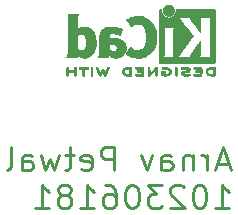
<source format=gbo>
%TF.GenerationSoftware,KiCad,Pcbnew,9.0.5*%
%TF.CreationDate,2025-11-23T04:20:17+05:30*%
%TF.ProjectId,led light,6c656420-6c69-4676-9874-2e6b69636164,1*%
%TF.SameCoordinates,Original*%
%TF.FileFunction,Legend,Bot*%
%TF.FilePolarity,Positive*%
%FSLAX46Y46*%
G04 Gerber Fmt 4.6, Leading zero omitted, Abs format (unit mm)*
G04 Created by KiCad (PCBNEW 9.0.5) date 2025-11-23 04:20:17*
%MOMM*%
%LPD*%
G01*
G04 APERTURE LIST*
%ADD10C,0.250000*%
%ADD11C,0.010000*%
G04 APERTURE END LIST*
D10*
X177954574Y-106450921D02*
X177002193Y-106450921D01*
X178145050Y-107022350D02*
X177478384Y-105022350D01*
X177478384Y-105022350D02*
X176811717Y-107022350D01*
X176145050Y-107022350D02*
X176145050Y-105689016D01*
X176145050Y-106069969D02*
X176049812Y-105879492D01*
X176049812Y-105879492D02*
X175954574Y-105784254D01*
X175954574Y-105784254D02*
X175764098Y-105689016D01*
X175764098Y-105689016D02*
X175573621Y-105689016D01*
X174906955Y-105689016D02*
X174906955Y-107022350D01*
X174906955Y-105879492D02*
X174811717Y-105784254D01*
X174811717Y-105784254D02*
X174621241Y-105689016D01*
X174621241Y-105689016D02*
X174335526Y-105689016D01*
X174335526Y-105689016D02*
X174145050Y-105784254D01*
X174145050Y-105784254D02*
X174049812Y-105974731D01*
X174049812Y-105974731D02*
X174049812Y-107022350D01*
X172240288Y-107022350D02*
X172240288Y-105974731D01*
X172240288Y-105974731D02*
X172335526Y-105784254D01*
X172335526Y-105784254D02*
X172526002Y-105689016D01*
X172526002Y-105689016D02*
X172906955Y-105689016D01*
X172906955Y-105689016D02*
X173097431Y-105784254D01*
X172240288Y-106927112D02*
X172430764Y-107022350D01*
X172430764Y-107022350D02*
X172906955Y-107022350D01*
X172906955Y-107022350D02*
X173097431Y-106927112D01*
X173097431Y-106927112D02*
X173192669Y-106736635D01*
X173192669Y-106736635D02*
X173192669Y-106546159D01*
X173192669Y-106546159D02*
X173097431Y-106355683D01*
X173097431Y-106355683D02*
X172906955Y-106260445D01*
X172906955Y-106260445D02*
X172430764Y-106260445D01*
X172430764Y-106260445D02*
X172240288Y-106165207D01*
X171478383Y-105689016D02*
X171002193Y-107022350D01*
X171002193Y-107022350D02*
X170526002Y-105689016D01*
X168240287Y-107022350D02*
X168240287Y-105022350D01*
X168240287Y-105022350D02*
X167478382Y-105022350D01*
X167478382Y-105022350D02*
X167287906Y-105117588D01*
X167287906Y-105117588D02*
X167192668Y-105212826D01*
X167192668Y-105212826D02*
X167097430Y-105403302D01*
X167097430Y-105403302D02*
X167097430Y-105689016D01*
X167097430Y-105689016D02*
X167192668Y-105879492D01*
X167192668Y-105879492D02*
X167287906Y-105974731D01*
X167287906Y-105974731D02*
X167478382Y-106069969D01*
X167478382Y-106069969D02*
X168240287Y-106069969D01*
X165478382Y-106927112D02*
X165668858Y-107022350D01*
X165668858Y-107022350D02*
X166049811Y-107022350D01*
X166049811Y-107022350D02*
X166240287Y-106927112D01*
X166240287Y-106927112D02*
X166335525Y-106736635D01*
X166335525Y-106736635D02*
X166335525Y-105974731D01*
X166335525Y-105974731D02*
X166240287Y-105784254D01*
X166240287Y-105784254D02*
X166049811Y-105689016D01*
X166049811Y-105689016D02*
X165668858Y-105689016D01*
X165668858Y-105689016D02*
X165478382Y-105784254D01*
X165478382Y-105784254D02*
X165383144Y-105974731D01*
X165383144Y-105974731D02*
X165383144Y-106165207D01*
X165383144Y-106165207D02*
X166335525Y-106355683D01*
X164811715Y-105689016D02*
X164049811Y-105689016D01*
X164526001Y-105022350D02*
X164526001Y-106736635D01*
X164526001Y-106736635D02*
X164430763Y-106927112D01*
X164430763Y-106927112D02*
X164240287Y-107022350D01*
X164240287Y-107022350D02*
X164049811Y-107022350D01*
X163573620Y-105689016D02*
X163192668Y-107022350D01*
X163192668Y-107022350D02*
X162811715Y-106069969D01*
X162811715Y-106069969D02*
X162430763Y-107022350D01*
X162430763Y-107022350D02*
X162049811Y-105689016D01*
X160430763Y-107022350D02*
X160430763Y-105974731D01*
X160430763Y-105974731D02*
X160526001Y-105784254D01*
X160526001Y-105784254D02*
X160716477Y-105689016D01*
X160716477Y-105689016D02*
X161097430Y-105689016D01*
X161097430Y-105689016D02*
X161287906Y-105784254D01*
X160430763Y-106927112D02*
X160621239Y-107022350D01*
X160621239Y-107022350D02*
X161097430Y-107022350D01*
X161097430Y-107022350D02*
X161287906Y-106927112D01*
X161287906Y-106927112D02*
X161383144Y-106736635D01*
X161383144Y-106736635D02*
X161383144Y-106546159D01*
X161383144Y-106546159D02*
X161287906Y-106355683D01*
X161287906Y-106355683D02*
X161097430Y-106260445D01*
X161097430Y-106260445D02*
X160621239Y-106260445D01*
X160621239Y-106260445D02*
X160430763Y-106165207D01*
X159192668Y-107022350D02*
X159383144Y-106927112D01*
X159383144Y-106927112D02*
X159478382Y-106736635D01*
X159478382Y-106736635D02*
X159478382Y-105022350D01*
X176811717Y-110242238D02*
X177954574Y-110242238D01*
X177383146Y-110242238D02*
X177383146Y-108242238D01*
X177383146Y-108242238D02*
X177573622Y-108527952D01*
X177573622Y-108527952D02*
X177764098Y-108718428D01*
X177764098Y-108718428D02*
X177954574Y-108813666D01*
X175573622Y-108242238D02*
X175383145Y-108242238D01*
X175383145Y-108242238D02*
X175192669Y-108337476D01*
X175192669Y-108337476D02*
X175097431Y-108432714D01*
X175097431Y-108432714D02*
X175002193Y-108623190D01*
X175002193Y-108623190D02*
X174906955Y-109004142D01*
X174906955Y-109004142D02*
X174906955Y-109480333D01*
X174906955Y-109480333D02*
X175002193Y-109861285D01*
X175002193Y-109861285D02*
X175097431Y-110051761D01*
X175097431Y-110051761D02*
X175192669Y-110147000D01*
X175192669Y-110147000D02*
X175383145Y-110242238D01*
X175383145Y-110242238D02*
X175573622Y-110242238D01*
X175573622Y-110242238D02*
X175764098Y-110147000D01*
X175764098Y-110147000D02*
X175859336Y-110051761D01*
X175859336Y-110051761D02*
X175954574Y-109861285D01*
X175954574Y-109861285D02*
X176049812Y-109480333D01*
X176049812Y-109480333D02*
X176049812Y-109004142D01*
X176049812Y-109004142D02*
X175954574Y-108623190D01*
X175954574Y-108623190D02*
X175859336Y-108432714D01*
X175859336Y-108432714D02*
X175764098Y-108337476D01*
X175764098Y-108337476D02*
X175573622Y-108242238D01*
X174145050Y-108432714D02*
X174049812Y-108337476D01*
X174049812Y-108337476D02*
X173859336Y-108242238D01*
X173859336Y-108242238D02*
X173383145Y-108242238D01*
X173383145Y-108242238D02*
X173192669Y-108337476D01*
X173192669Y-108337476D02*
X173097431Y-108432714D01*
X173097431Y-108432714D02*
X173002193Y-108623190D01*
X173002193Y-108623190D02*
X173002193Y-108813666D01*
X173002193Y-108813666D02*
X173097431Y-109099380D01*
X173097431Y-109099380D02*
X174240288Y-110242238D01*
X174240288Y-110242238D02*
X173002193Y-110242238D01*
X172335526Y-108242238D02*
X171097431Y-108242238D01*
X171097431Y-108242238D02*
X171764098Y-109004142D01*
X171764098Y-109004142D02*
X171478383Y-109004142D01*
X171478383Y-109004142D02*
X171287907Y-109099380D01*
X171287907Y-109099380D02*
X171192669Y-109194619D01*
X171192669Y-109194619D02*
X171097431Y-109385095D01*
X171097431Y-109385095D02*
X171097431Y-109861285D01*
X171097431Y-109861285D02*
X171192669Y-110051761D01*
X171192669Y-110051761D02*
X171287907Y-110147000D01*
X171287907Y-110147000D02*
X171478383Y-110242238D01*
X171478383Y-110242238D02*
X172049812Y-110242238D01*
X172049812Y-110242238D02*
X172240288Y-110147000D01*
X172240288Y-110147000D02*
X172335526Y-110051761D01*
X169859336Y-108242238D02*
X169668859Y-108242238D01*
X169668859Y-108242238D02*
X169478383Y-108337476D01*
X169478383Y-108337476D02*
X169383145Y-108432714D01*
X169383145Y-108432714D02*
X169287907Y-108623190D01*
X169287907Y-108623190D02*
X169192669Y-109004142D01*
X169192669Y-109004142D02*
X169192669Y-109480333D01*
X169192669Y-109480333D02*
X169287907Y-109861285D01*
X169287907Y-109861285D02*
X169383145Y-110051761D01*
X169383145Y-110051761D02*
X169478383Y-110147000D01*
X169478383Y-110147000D02*
X169668859Y-110242238D01*
X169668859Y-110242238D02*
X169859336Y-110242238D01*
X169859336Y-110242238D02*
X170049812Y-110147000D01*
X170049812Y-110147000D02*
X170145050Y-110051761D01*
X170145050Y-110051761D02*
X170240288Y-109861285D01*
X170240288Y-109861285D02*
X170335526Y-109480333D01*
X170335526Y-109480333D02*
X170335526Y-109004142D01*
X170335526Y-109004142D02*
X170240288Y-108623190D01*
X170240288Y-108623190D02*
X170145050Y-108432714D01*
X170145050Y-108432714D02*
X170049812Y-108337476D01*
X170049812Y-108337476D02*
X169859336Y-108242238D01*
X167478383Y-108242238D02*
X167859336Y-108242238D01*
X167859336Y-108242238D02*
X168049812Y-108337476D01*
X168049812Y-108337476D02*
X168145050Y-108432714D01*
X168145050Y-108432714D02*
X168335526Y-108718428D01*
X168335526Y-108718428D02*
X168430764Y-109099380D01*
X168430764Y-109099380D02*
X168430764Y-109861285D01*
X168430764Y-109861285D02*
X168335526Y-110051761D01*
X168335526Y-110051761D02*
X168240288Y-110147000D01*
X168240288Y-110147000D02*
X168049812Y-110242238D01*
X168049812Y-110242238D02*
X167668859Y-110242238D01*
X167668859Y-110242238D02*
X167478383Y-110147000D01*
X167478383Y-110147000D02*
X167383145Y-110051761D01*
X167383145Y-110051761D02*
X167287907Y-109861285D01*
X167287907Y-109861285D02*
X167287907Y-109385095D01*
X167287907Y-109385095D02*
X167383145Y-109194619D01*
X167383145Y-109194619D02*
X167478383Y-109099380D01*
X167478383Y-109099380D02*
X167668859Y-109004142D01*
X167668859Y-109004142D02*
X168049812Y-109004142D01*
X168049812Y-109004142D02*
X168240288Y-109099380D01*
X168240288Y-109099380D02*
X168335526Y-109194619D01*
X168335526Y-109194619D02*
X168430764Y-109385095D01*
X165383145Y-110242238D02*
X166526002Y-110242238D01*
X165954574Y-110242238D02*
X165954574Y-108242238D01*
X165954574Y-108242238D02*
X166145050Y-108527952D01*
X166145050Y-108527952D02*
X166335526Y-108718428D01*
X166335526Y-108718428D02*
X166526002Y-108813666D01*
X164240288Y-109099380D02*
X164430764Y-109004142D01*
X164430764Y-109004142D02*
X164526002Y-108908904D01*
X164526002Y-108908904D02*
X164621240Y-108718428D01*
X164621240Y-108718428D02*
X164621240Y-108623190D01*
X164621240Y-108623190D02*
X164526002Y-108432714D01*
X164526002Y-108432714D02*
X164430764Y-108337476D01*
X164430764Y-108337476D02*
X164240288Y-108242238D01*
X164240288Y-108242238D02*
X163859335Y-108242238D01*
X163859335Y-108242238D02*
X163668859Y-108337476D01*
X163668859Y-108337476D02*
X163573621Y-108432714D01*
X163573621Y-108432714D02*
X163478383Y-108623190D01*
X163478383Y-108623190D02*
X163478383Y-108718428D01*
X163478383Y-108718428D02*
X163573621Y-108908904D01*
X163573621Y-108908904D02*
X163668859Y-109004142D01*
X163668859Y-109004142D02*
X163859335Y-109099380D01*
X163859335Y-109099380D02*
X164240288Y-109099380D01*
X164240288Y-109099380D02*
X164430764Y-109194619D01*
X164430764Y-109194619D02*
X164526002Y-109289857D01*
X164526002Y-109289857D02*
X164621240Y-109480333D01*
X164621240Y-109480333D02*
X164621240Y-109861285D01*
X164621240Y-109861285D02*
X164526002Y-110051761D01*
X164526002Y-110051761D02*
X164430764Y-110147000D01*
X164430764Y-110147000D02*
X164240288Y-110242238D01*
X164240288Y-110242238D02*
X163859335Y-110242238D01*
X163859335Y-110242238D02*
X163668859Y-110147000D01*
X163668859Y-110147000D02*
X163573621Y-110051761D01*
X163573621Y-110051761D02*
X163478383Y-109861285D01*
X163478383Y-109861285D02*
X163478383Y-109480333D01*
X163478383Y-109480333D02*
X163573621Y-109289857D01*
X163573621Y-109289857D02*
X163668859Y-109194619D01*
X163668859Y-109194619D02*
X163859335Y-109099380D01*
X161573621Y-110242238D02*
X162716478Y-110242238D01*
X162145050Y-110242238D02*
X162145050Y-108242238D01*
X162145050Y-108242238D02*
X162335526Y-108527952D01*
X162335526Y-108527952D02*
X162526002Y-108718428D01*
X162526002Y-108718428D02*
X162716478Y-108813666D01*
D11*
%TO.C,REF\u002A\u002A*%
X166355406Y-98274949D02*
X166381127Y-98290647D01*
X166407778Y-98312227D01*
X166407778Y-98959684D01*
X166381127Y-98981264D01*
X166349767Y-98998739D01*
X166313966Y-98999575D01*
X166282528Y-98979082D01*
X166278652Y-98974416D01*
X166273186Y-98964949D01*
X166268979Y-98951267D01*
X166265867Y-98930748D01*
X166263687Y-98900768D01*
X166262276Y-98858704D01*
X166261471Y-98801932D01*
X166261107Y-98727830D01*
X166261022Y-98633773D01*
X166261022Y-98312227D01*
X166287673Y-98290647D01*
X166311386Y-98275877D01*
X166334400Y-98269067D01*
X166355406Y-98274949D01*
G36*
X166355406Y-98274949D02*
G01*
X166381127Y-98290647D01*
X166407778Y-98312227D01*
X166407778Y-98959684D01*
X166381127Y-98981264D01*
X166349767Y-98998739D01*
X166313966Y-98999575D01*
X166282528Y-98979082D01*
X166278652Y-98974416D01*
X166273186Y-98964949D01*
X166268979Y-98951267D01*
X166265867Y-98930748D01*
X166263687Y-98900768D01*
X166262276Y-98858704D01*
X166261471Y-98801932D01*
X166261107Y-98727830D01*
X166261022Y-98633773D01*
X166261022Y-98312227D01*
X166287673Y-98290647D01*
X166311386Y-98275877D01*
X166334400Y-98269067D01*
X166355406Y-98274949D01*
G37*
X173486137Y-98273463D02*
X173520291Y-98296776D01*
X173548000Y-98324485D01*
X173548000Y-98637537D01*
X173547959Y-98721567D01*
X173547701Y-98795789D01*
X173547030Y-98852541D01*
X173545752Y-98894512D01*
X173543673Y-98924389D01*
X173540599Y-98944861D01*
X173536334Y-98958614D01*
X173530684Y-98968337D01*
X173523455Y-98976717D01*
X173491991Y-98998181D01*
X173456826Y-98999947D01*
X173423822Y-98980267D01*
X173418516Y-98974398D01*
X173413066Y-98965314D01*
X173408900Y-98951973D01*
X173405846Y-98931757D01*
X173403732Y-98902049D01*
X173402386Y-98860232D01*
X173401638Y-98803689D01*
X173401314Y-98729802D01*
X173401245Y-98635956D01*
X173401284Y-98560294D01*
X173401539Y-98482385D01*
X173402183Y-98422375D01*
X173403387Y-98377648D01*
X173405324Y-98345585D01*
X173408164Y-98323571D01*
X173412079Y-98308987D01*
X173417242Y-98299218D01*
X173423822Y-98291645D01*
X173453006Y-98272623D01*
X173486137Y-98273463D01*
G36*
X173486137Y-98273463D02*
G01*
X173520291Y-98296776D01*
X173548000Y-98324485D01*
X173548000Y-98637537D01*
X173547959Y-98721567D01*
X173547701Y-98795789D01*
X173547030Y-98852541D01*
X173545752Y-98894512D01*
X173543673Y-98924389D01*
X173540599Y-98944861D01*
X173536334Y-98958614D01*
X173530684Y-98968337D01*
X173523455Y-98976717D01*
X173491991Y-98998181D01*
X173456826Y-98999947D01*
X173423822Y-98980267D01*
X173418516Y-98974398D01*
X173413066Y-98965314D01*
X173408900Y-98951973D01*
X173405846Y-98931757D01*
X173403732Y-98902049D01*
X173402386Y-98860232D01*
X173401638Y-98803689D01*
X173401314Y-98729802D01*
X173401245Y-98635956D01*
X173401284Y-98560294D01*
X173401539Y-98482385D01*
X173402183Y-98422375D01*
X173403387Y-98377648D01*
X173405324Y-98345585D01*
X173408164Y-98323571D01*
X173412079Y-98308987D01*
X173417242Y-98299218D01*
X173423822Y-98291645D01*
X173453006Y-98272623D01*
X173486137Y-98273463D01*
G37*
X172954562Y-93032850D02*
X173037313Y-93060053D01*
X173112406Y-93105484D01*
X173184298Y-93171302D01*
X173222846Y-93215567D01*
X173262256Y-93273961D01*
X173287446Y-93334586D01*
X173300861Y-93403865D01*
X173304948Y-93488222D01*
X173304669Y-93534307D01*
X173302460Y-93575450D01*
X173296894Y-93607582D01*
X173286586Y-93638122D01*
X173270148Y-93674489D01*
X173256200Y-93701728D01*
X173197665Y-93787429D01*
X173125619Y-93856617D01*
X173041947Y-93907741D01*
X172948531Y-93939250D01*
X172915434Y-93946225D01*
X172874960Y-93953094D01*
X172841999Y-93954919D01*
X172807698Y-93951947D01*
X172763200Y-93944426D01*
X172711934Y-93932002D01*
X172621434Y-93894112D01*
X172542345Y-93839836D01*
X172476528Y-93771770D01*
X172425840Y-93692511D01*
X172392140Y-93604654D01*
X172377286Y-93510795D01*
X172383136Y-93413530D01*
X172409399Y-93317220D01*
X172454418Y-93228494D01*
X172515373Y-93153419D01*
X172590184Y-93093641D01*
X172676768Y-93050809D01*
X172773043Y-93026571D01*
X172876928Y-93022576D01*
X172954562Y-93032850D01*
G36*
X172954562Y-93032850D02*
G01*
X173037313Y-93060053D01*
X173112406Y-93105484D01*
X173184298Y-93171302D01*
X173222846Y-93215567D01*
X173262256Y-93273961D01*
X173287446Y-93334586D01*
X173300861Y-93403865D01*
X173304948Y-93488222D01*
X173304669Y-93534307D01*
X173302460Y-93575450D01*
X173296894Y-93607582D01*
X173286586Y-93638122D01*
X173270148Y-93674489D01*
X173256200Y-93701728D01*
X173197665Y-93787429D01*
X173125619Y-93856617D01*
X173041947Y-93907741D01*
X172948531Y-93939250D01*
X172915434Y-93946225D01*
X172874960Y-93953094D01*
X172841999Y-93954919D01*
X172807698Y-93951947D01*
X172763200Y-93944426D01*
X172711934Y-93932002D01*
X172621434Y-93894112D01*
X172542345Y-93839836D01*
X172476528Y-93771770D01*
X172425840Y-93692511D01*
X172392140Y-93604654D01*
X172377286Y-93510795D01*
X172383136Y-93413530D01*
X172409399Y-93317220D01*
X172454418Y-93228494D01*
X172515373Y-93153419D01*
X172590184Y-93093641D01*
X172676768Y-93050809D01*
X172773043Y-93026571D01*
X172876928Y-93022576D01*
X172954562Y-93032850D01*
G37*
X165655767Y-98269068D02*
X165749890Y-98269158D01*
X165824405Y-98269498D01*
X165881811Y-98270239D01*
X165924611Y-98271535D01*
X165955304Y-98273537D01*
X165976391Y-98276396D01*
X165990373Y-98280266D01*
X165999750Y-98285298D01*
X166007022Y-98291645D01*
X166025828Y-98324362D01*
X166027275Y-98361939D01*
X166010917Y-98395178D01*
X166009557Y-98396631D01*
X165998354Y-98404992D01*
X165981252Y-98410547D01*
X165954082Y-98413840D01*
X165912678Y-98415418D01*
X165852873Y-98415822D01*
X165713511Y-98415822D01*
X165713511Y-98679589D01*
X165713436Y-98755417D01*
X165713028Y-98822083D01*
X165712046Y-98871867D01*
X165710250Y-98907784D01*
X165707399Y-98932850D01*
X165703253Y-98950081D01*
X165697571Y-98962492D01*
X165690114Y-98973100D01*
X165687824Y-98975906D01*
X165656646Y-98998548D01*
X165622266Y-99000112D01*
X165589334Y-98980267D01*
X165582355Y-98972191D01*
X165576883Y-98961593D01*
X165572863Y-98945749D01*
X165570072Y-98921773D01*
X165568288Y-98886774D01*
X165567289Y-98837864D01*
X165566852Y-98772154D01*
X165566756Y-98686756D01*
X165566756Y-98415822D01*
X165420820Y-98415822D01*
X165409720Y-98415821D01*
X165353202Y-98415596D01*
X165314358Y-98414457D01*
X165288965Y-98411657D01*
X165272804Y-98406450D01*
X165261652Y-98398089D01*
X165251289Y-98385826D01*
X165235441Y-98355138D01*
X165238543Y-98321358D01*
X165264187Y-98288822D01*
X165269129Y-98285105D01*
X165279338Y-98280269D01*
X165294764Y-98276506D01*
X165317886Y-98273683D01*
X165351183Y-98271670D01*
X165397137Y-98270333D01*
X165458228Y-98269542D01*
X165536935Y-98269163D01*
X165635740Y-98269067D01*
X165655767Y-98269068D01*
G36*
X165655767Y-98269068D02*
G01*
X165749890Y-98269158D01*
X165824405Y-98269498D01*
X165881811Y-98270239D01*
X165924611Y-98271535D01*
X165955304Y-98273537D01*
X165976391Y-98276396D01*
X165990373Y-98280266D01*
X165999750Y-98285298D01*
X166007022Y-98291645D01*
X166025828Y-98324362D01*
X166027275Y-98361939D01*
X166010917Y-98395178D01*
X166009557Y-98396631D01*
X165998354Y-98404992D01*
X165981252Y-98410547D01*
X165954082Y-98413840D01*
X165912678Y-98415418D01*
X165852873Y-98415822D01*
X165713511Y-98415822D01*
X165713511Y-98679589D01*
X165713436Y-98755417D01*
X165713028Y-98822083D01*
X165712046Y-98871867D01*
X165710250Y-98907784D01*
X165707399Y-98932850D01*
X165703253Y-98950081D01*
X165697571Y-98962492D01*
X165690114Y-98973100D01*
X165687824Y-98975906D01*
X165656646Y-98998548D01*
X165622266Y-99000112D01*
X165589334Y-98980267D01*
X165582355Y-98972191D01*
X165576883Y-98961593D01*
X165572863Y-98945749D01*
X165570072Y-98921773D01*
X165568288Y-98886774D01*
X165567289Y-98837864D01*
X165566852Y-98772154D01*
X165566756Y-98686756D01*
X165566756Y-98415822D01*
X165420820Y-98415822D01*
X165409720Y-98415821D01*
X165353202Y-98415596D01*
X165314358Y-98414457D01*
X165288965Y-98411657D01*
X165272804Y-98406450D01*
X165261652Y-98398089D01*
X165251289Y-98385826D01*
X165235441Y-98355138D01*
X165238543Y-98321358D01*
X165264187Y-98288822D01*
X165269129Y-98285105D01*
X165279338Y-98280269D01*
X165294764Y-98276506D01*
X165317886Y-98273683D01*
X165351183Y-98271670D01*
X165397137Y-98270333D01*
X165458228Y-98269542D01*
X165536935Y-98269163D01*
X165635740Y-98269067D01*
X165655767Y-98269068D01*
G37*
X164979734Y-98291645D02*
X164985366Y-98297835D01*
X164990456Y-98306041D01*
X164994543Y-98317817D01*
X164997721Y-98335276D01*
X165000087Y-98360530D01*
X165001738Y-98395690D01*
X165002769Y-98442869D01*
X165003277Y-98504177D01*
X165003359Y-98581727D01*
X165003109Y-98677631D01*
X165002625Y-98794000D01*
X165002557Y-98808175D01*
X165001971Y-98869937D01*
X165000648Y-98913620D01*
X164998103Y-98943001D01*
X164993848Y-98961855D01*
X164987396Y-98973959D01*
X164978262Y-98983089D01*
X164944804Y-99000506D01*
X164909856Y-98997604D01*
X164878953Y-98973100D01*
X164869944Y-98959897D01*
X164862492Y-98941361D01*
X164858124Y-98915333D01*
X164856069Y-98876787D01*
X164855556Y-98820700D01*
X164855556Y-98698045D01*
X164358845Y-98698045D01*
X164358845Y-98832871D01*
X164358772Y-98868662D01*
X164358009Y-98914992D01*
X164355833Y-98945526D01*
X164351536Y-98964557D01*
X164344412Y-98976374D01*
X164333755Y-98985271D01*
X164301504Y-99000341D01*
X164266217Y-98997673D01*
X164235486Y-98973100D01*
X164230831Y-98966845D01*
X164224895Y-98956321D01*
X164220364Y-98942391D01*
X164217048Y-98922317D01*
X164214759Y-98893360D01*
X164213308Y-98852780D01*
X164212505Y-98797840D01*
X164212162Y-98725799D01*
X164212089Y-98633920D01*
X164212089Y-98324485D01*
X164239798Y-98296776D01*
X164271177Y-98274533D01*
X164304406Y-98271844D01*
X164336267Y-98291645D01*
X164344553Y-98301415D01*
X164351965Y-98317307D01*
X164356302Y-98341275D01*
X164358338Y-98378148D01*
X164358845Y-98432756D01*
X164358845Y-98551289D01*
X164855556Y-98551289D01*
X164855556Y-98435776D01*
X164855994Y-98384078D01*
X164857958Y-98349554D01*
X164862474Y-98326978D01*
X164870567Y-98311126D01*
X164883265Y-98296776D01*
X164914643Y-98274533D01*
X164947872Y-98271844D01*
X164979734Y-98291645D01*
G36*
X164979734Y-98291645D02*
G01*
X164985366Y-98297835D01*
X164990456Y-98306041D01*
X164994543Y-98317817D01*
X164997721Y-98335276D01*
X165000087Y-98360530D01*
X165001738Y-98395690D01*
X165002769Y-98442869D01*
X165003277Y-98504177D01*
X165003359Y-98581727D01*
X165003109Y-98677631D01*
X165002625Y-98794000D01*
X165002557Y-98808175D01*
X165001971Y-98869937D01*
X165000648Y-98913620D01*
X164998103Y-98943001D01*
X164993848Y-98961855D01*
X164987396Y-98973959D01*
X164978262Y-98983089D01*
X164944804Y-99000506D01*
X164909856Y-98997604D01*
X164878953Y-98973100D01*
X164869944Y-98959897D01*
X164862492Y-98941361D01*
X164858124Y-98915333D01*
X164856069Y-98876787D01*
X164855556Y-98820700D01*
X164855556Y-98698045D01*
X164358845Y-98698045D01*
X164358845Y-98832871D01*
X164358772Y-98868662D01*
X164358009Y-98914992D01*
X164355833Y-98945526D01*
X164351536Y-98964557D01*
X164344412Y-98976374D01*
X164333755Y-98985271D01*
X164301504Y-99000341D01*
X164266217Y-98997673D01*
X164235486Y-98973100D01*
X164230831Y-98966845D01*
X164224895Y-98956321D01*
X164220364Y-98942391D01*
X164217048Y-98922317D01*
X164214759Y-98893360D01*
X164213308Y-98852780D01*
X164212505Y-98797840D01*
X164212162Y-98725799D01*
X164212089Y-98633920D01*
X164212089Y-98324485D01*
X164239798Y-98296776D01*
X164271177Y-98274533D01*
X164304406Y-98271844D01*
X164336267Y-98291645D01*
X164344553Y-98301415D01*
X164351965Y-98317307D01*
X164356302Y-98341275D01*
X164358338Y-98378148D01*
X164358845Y-98432756D01*
X164358845Y-98551289D01*
X164855556Y-98551289D01*
X164855556Y-98435776D01*
X164855994Y-98384078D01*
X164857958Y-98349554D01*
X164862474Y-98326978D01*
X164870567Y-98311126D01*
X164883265Y-98296776D01*
X164914643Y-98274533D01*
X164947872Y-98271844D01*
X164979734Y-98291645D01*
G37*
X169685133Y-98880396D02*
X169683163Y-98913175D01*
X169680235Y-98936095D01*
X169676158Y-98951897D01*
X169670743Y-98963319D01*
X169663803Y-98973100D01*
X169640406Y-99002845D01*
X169474714Y-99002251D01*
X169439918Y-99001953D01*
X169341435Y-98998522D01*
X169260473Y-98990839D01*
X169193379Y-98978282D01*
X169136496Y-98960227D01*
X169086169Y-98936052D01*
X169082810Y-98934135D01*
X169024998Y-98897417D01*
X168982644Y-98860451D01*
X168949828Y-98816966D01*
X168920628Y-98760689D01*
X168916346Y-98751073D01*
X168893769Y-98687887D01*
X168888034Y-98642333D01*
X169037279Y-98642333D01*
X169042892Y-98667061D01*
X169048618Y-98682939D01*
X169081548Y-98742847D01*
X169128886Y-98788600D01*
X169192652Y-98821736D01*
X169274861Y-98843790D01*
X169277655Y-98844292D01*
X169323940Y-98850255D01*
X169380336Y-98854483D01*
X169435274Y-98856089D01*
X169529156Y-98856089D01*
X169529156Y-98415822D01*
X169441667Y-98416270D01*
X169374747Y-98418746D01*
X169282349Y-98429998D01*
X169203034Y-98449537D01*
X169141060Y-98476511D01*
X169110120Y-98497240D01*
X169082000Y-98527006D01*
X169058660Y-98569434D01*
X169051533Y-98585400D01*
X169039709Y-98617902D01*
X169037279Y-98642333D01*
X168888034Y-98642333D01*
X168886797Y-98632509D01*
X168895399Y-98577483D01*
X168919541Y-98515351D01*
X168920337Y-98513658D01*
X168960788Y-98444236D01*
X169011473Y-98387638D01*
X169074198Y-98343070D01*
X169150774Y-98309741D01*
X169243009Y-98286861D01*
X169352712Y-98273636D01*
X169481691Y-98269275D01*
X169485263Y-98269270D01*
X169545283Y-98269410D01*
X169587214Y-98270446D01*
X169615328Y-98273040D01*
X169633897Y-98277853D01*
X169647194Y-98285544D01*
X169659491Y-98296776D01*
X169687200Y-98324485D01*
X169687200Y-98633920D01*
X169687175Y-98695526D01*
X169686950Y-98774311D01*
X169686332Y-98835021D01*
X169685775Y-98856089D01*
X169685133Y-98880396D01*
G36*
X169685133Y-98880396D02*
G01*
X169683163Y-98913175D01*
X169680235Y-98936095D01*
X169676158Y-98951897D01*
X169670743Y-98963319D01*
X169663803Y-98973100D01*
X169640406Y-99002845D01*
X169474714Y-99002251D01*
X169439918Y-99001953D01*
X169341435Y-98998522D01*
X169260473Y-98990839D01*
X169193379Y-98978282D01*
X169136496Y-98960227D01*
X169086169Y-98936052D01*
X169082810Y-98934135D01*
X169024998Y-98897417D01*
X168982644Y-98860451D01*
X168949828Y-98816966D01*
X168920628Y-98760689D01*
X168916346Y-98751073D01*
X168893769Y-98687887D01*
X168888034Y-98642333D01*
X169037279Y-98642333D01*
X169042892Y-98667061D01*
X169048618Y-98682939D01*
X169081548Y-98742847D01*
X169128886Y-98788600D01*
X169192652Y-98821736D01*
X169274861Y-98843790D01*
X169277655Y-98844292D01*
X169323940Y-98850255D01*
X169380336Y-98854483D01*
X169435274Y-98856089D01*
X169529156Y-98856089D01*
X169529156Y-98415822D01*
X169441667Y-98416270D01*
X169374747Y-98418746D01*
X169282349Y-98429998D01*
X169203034Y-98449537D01*
X169141060Y-98476511D01*
X169110120Y-98497240D01*
X169082000Y-98527006D01*
X169058660Y-98569434D01*
X169051533Y-98585400D01*
X169039709Y-98617902D01*
X169037279Y-98642333D01*
X168888034Y-98642333D01*
X168886797Y-98632509D01*
X168895399Y-98577483D01*
X168919541Y-98515351D01*
X168920337Y-98513658D01*
X168960788Y-98444236D01*
X169011473Y-98387638D01*
X169074198Y-98343070D01*
X169150774Y-98309741D01*
X169243009Y-98286861D01*
X169352712Y-98273636D01*
X169481691Y-98269275D01*
X169485263Y-98269270D01*
X169545283Y-98269410D01*
X169587214Y-98270446D01*
X169615328Y-98273040D01*
X169633897Y-98277853D01*
X169647194Y-98285544D01*
X169659491Y-98296776D01*
X169687200Y-98324485D01*
X169687200Y-98633920D01*
X169687175Y-98695526D01*
X169686950Y-98774311D01*
X169686332Y-98835021D01*
X169685775Y-98856089D01*
X169685133Y-98880396D01*
G37*
X176776817Y-98454427D02*
X176776870Y-98535041D01*
X176776622Y-98635956D01*
X176776583Y-98711617D01*
X176776328Y-98789526D01*
X176775684Y-98849536D01*
X176774480Y-98894264D01*
X176772543Y-98926326D01*
X176769703Y-98948340D01*
X176765788Y-98962924D01*
X176760626Y-98972694D01*
X176754045Y-98980267D01*
X176747077Y-98986501D01*
X176734079Y-98993801D01*
X176714931Y-98998554D01*
X176685528Y-99001292D01*
X176641762Y-99002545D01*
X176579528Y-99002845D01*
X176530582Y-99002469D01*
X176423722Y-98998041D01*
X176334494Y-98987953D01*
X176259696Y-98971365D01*
X176196125Y-98947435D01*
X176140579Y-98915321D01*
X176089854Y-98874182D01*
X176083866Y-98868330D01*
X176046999Y-98819821D01*
X176015899Y-98759013D01*
X175994417Y-98694769D01*
X175989136Y-98656026D01*
X176136353Y-98656026D01*
X176154635Y-98706961D01*
X176184305Y-98752878D01*
X176231002Y-98795287D01*
X176292392Y-98825090D01*
X176371538Y-98844226D01*
X176373028Y-98844464D01*
X176421999Y-98850256D01*
X176480693Y-98854396D01*
X176536734Y-98856004D01*
X176629867Y-98856089D01*
X176629867Y-98415822D01*
X176553667Y-98415808D01*
X176550639Y-98415817D01*
X176499519Y-98417782D01*
X176439416Y-98422507D01*
X176382708Y-98429035D01*
X176332750Y-98438331D01*
X176257998Y-98464600D01*
X176200489Y-98503899D01*
X176158988Y-98556933D01*
X176137771Y-98608200D01*
X176136353Y-98656026D01*
X175989136Y-98656026D01*
X175986400Y-98635956D01*
X175987679Y-98614739D01*
X175999991Y-98557323D01*
X176022520Y-98497413D01*
X176051750Y-98443363D01*
X176084167Y-98403532D01*
X176103708Y-98386510D01*
X176158420Y-98347322D01*
X176218723Y-98317193D01*
X176287919Y-98295232D01*
X176369311Y-98280550D01*
X176466200Y-98272259D01*
X176581889Y-98269467D01*
X176621371Y-98269066D01*
X176667082Y-98268653D01*
X176702883Y-98270457D01*
X176729974Y-98276739D01*
X176749556Y-98289759D01*
X176762830Y-98311778D01*
X176770998Y-98345055D01*
X176775260Y-98391851D01*
X176775857Y-98415822D01*
X176776817Y-98454427D01*
G36*
X176776817Y-98454427D02*
G01*
X176776870Y-98535041D01*
X176776622Y-98635956D01*
X176776583Y-98711617D01*
X176776328Y-98789526D01*
X176775684Y-98849536D01*
X176774480Y-98894264D01*
X176772543Y-98926326D01*
X176769703Y-98948340D01*
X176765788Y-98962924D01*
X176760626Y-98972694D01*
X176754045Y-98980267D01*
X176747077Y-98986501D01*
X176734079Y-98993801D01*
X176714931Y-98998554D01*
X176685528Y-99001292D01*
X176641762Y-99002545D01*
X176579528Y-99002845D01*
X176530582Y-99002469D01*
X176423722Y-98998041D01*
X176334494Y-98987953D01*
X176259696Y-98971365D01*
X176196125Y-98947435D01*
X176140579Y-98915321D01*
X176089854Y-98874182D01*
X176083866Y-98868330D01*
X176046999Y-98819821D01*
X176015899Y-98759013D01*
X175994417Y-98694769D01*
X175989136Y-98656026D01*
X176136353Y-98656026D01*
X176154635Y-98706961D01*
X176184305Y-98752878D01*
X176231002Y-98795287D01*
X176292392Y-98825090D01*
X176371538Y-98844226D01*
X176373028Y-98844464D01*
X176421999Y-98850256D01*
X176480693Y-98854396D01*
X176536734Y-98856004D01*
X176629867Y-98856089D01*
X176629867Y-98415822D01*
X176553667Y-98415808D01*
X176550639Y-98415817D01*
X176499519Y-98417782D01*
X176439416Y-98422507D01*
X176382708Y-98429035D01*
X176332750Y-98438331D01*
X176257998Y-98464600D01*
X176200489Y-98503899D01*
X176158988Y-98556933D01*
X176137771Y-98608200D01*
X176136353Y-98656026D01*
X175989136Y-98656026D01*
X175986400Y-98635956D01*
X175987679Y-98614739D01*
X175999991Y-98557323D01*
X176022520Y-98497413D01*
X176051750Y-98443363D01*
X176084167Y-98403532D01*
X176103708Y-98386510D01*
X176158420Y-98347322D01*
X176218723Y-98317193D01*
X176287919Y-98295232D01*
X176369311Y-98280550D01*
X176466200Y-98272259D01*
X176581889Y-98269467D01*
X176621371Y-98269066D01*
X176667082Y-98268653D01*
X176702883Y-98270457D01*
X176729974Y-98276739D01*
X176749556Y-98289759D01*
X176762830Y-98311778D01*
X176770998Y-98345055D01*
X176775260Y-98391851D01*
X176775857Y-98415822D01*
X176776817Y-98454427D01*
G37*
X171831893Y-98267892D02*
X171843301Y-98274029D01*
X171853850Y-98284691D01*
X171865136Y-98298811D01*
X171869589Y-98304772D01*
X171875588Y-98315268D01*
X171880167Y-98329093D01*
X171883519Y-98348998D01*
X171885833Y-98377732D01*
X171887301Y-98418045D01*
X171888113Y-98472687D01*
X171888460Y-98544407D01*
X171888534Y-98635956D01*
X171888511Y-98694486D01*
X171888292Y-98773573D01*
X171887683Y-98834516D01*
X171886492Y-98880062D01*
X171884529Y-98912963D01*
X171881603Y-98935968D01*
X171877523Y-98951826D01*
X171872097Y-98963286D01*
X171865136Y-98973100D01*
X171834708Y-98997493D01*
X171799765Y-99000372D01*
X171762784Y-98981282D01*
X171758600Y-98977807D01*
X171750424Y-98969279D01*
X171744364Y-98957728D01*
X171739981Y-98939896D01*
X171736839Y-98912524D01*
X171734502Y-98872354D01*
X171732531Y-98816128D01*
X171730489Y-98740589D01*
X171724845Y-98521458D01*
X171459556Y-98762099D01*
X171385722Y-98828875D01*
X171320542Y-98886991D01*
X171268348Y-98931949D01*
X171227273Y-98964871D01*
X171195455Y-98986879D01*
X171171026Y-98999094D01*
X171152124Y-99002639D01*
X171136883Y-98998636D01*
X171123439Y-98988207D01*
X171109927Y-98972474D01*
X171103682Y-98963991D01*
X171098050Y-98953413D01*
X171093839Y-98939255D01*
X171090887Y-98918803D01*
X171089032Y-98889342D01*
X171088113Y-98848161D01*
X171087968Y-98792544D01*
X171088435Y-98719779D01*
X171089352Y-98627151D01*
X171092667Y-98312199D01*
X171119318Y-98290633D01*
X171145383Y-98274441D01*
X171178241Y-98271670D01*
X171212772Y-98290623D01*
X171217084Y-98294208D01*
X171225216Y-98302737D01*
X171231245Y-98314329D01*
X171235606Y-98332235D01*
X171238734Y-98359706D01*
X171241063Y-98399994D01*
X171243029Y-98456351D01*
X171245067Y-98532029D01*
X171250711Y-98751878D01*
X171431334Y-98588084D01*
X171518072Y-98509451D01*
X171593843Y-98441058D01*
X171655980Y-98385708D01*
X171706078Y-98342338D01*
X171745735Y-98309881D01*
X171776548Y-98287273D01*
X171800114Y-98273448D01*
X171818030Y-98267343D01*
X171831893Y-98267892D01*
G36*
X171831893Y-98267892D02*
G01*
X171843301Y-98274029D01*
X171853850Y-98284691D01*
X171865136Y-98298811D01*
X171869589Y-98304772D01*
X171875588Y-98315268D01*
X171880167Y-98329093D01*
X171883519Y-98348998D01*
X171885833Y-98377732D01*
X171887301Y-98418045D01*
X171888113Y-98472687D01*
X171888460Y-98544407D01*
X171888534Y-98635956D01*
X171888511Y-98694486D01*
X171888292Y-98773573D01*
X171887683Y-98834516D01*
X171886492Y-98880062D01*
X171884529Y-98912963D01*
X171881603Y-98935968D01*
X171877523Y-98951826D01*
X171872097Y-98963286D01*
X171865136Y-98973100D01*
X171834708Y-98997493D01*
X171799765Y-99000372D01*
X171762784Y-98981282D01*
X171758600Y-98977807D01*
X171750424Y-98969279D01*
X171744364Y-98957728D01*
X171739981Y-98939896D01*
X171736839Y-98912524D01*
X171734502Y-98872354D01*
X171732531Y-98816128D01*
X171730489Y-98740589D01*
X171724845Y-98521458D01*
X171459556Y-98762099D01*
X171385722Y-98828875D01*
X171320542Y-98886991D01*
X171268348Y-98931949D01*
X171227273Y-98964871D01*
X171195455Y-98986879D01*
X171171026Y-98999094D01*
X171152124Y-99002639D01*
X171136883Y-98998636D01*
X171123439Y-98988207D01*
X171109927Y-98972474D01*
X171103682Y-98963991D01*
X171098050Y-98953413D01*
X171093839Y-98939255D01*
X171090887Y-98918803D01*
X171089032Y-98889342D01*
X171088113Y-98848161D01*
X171087968Y-98792544D01*
X171088435Y-98719779D01*
X171089352Y-98627151D01*
X171092667Y-98312199D01*
X171119318Y-98290633D01*
X171145383Y-98274441D01*
X171178241Y-98271670D01*
X171212772Y-98290623D01*
X171217084Y-98294208D01*
X171225216Y-98302737D01*
X171231245Y-98314329D01*
X171235606Y-98332235D01*
X171238734Y-98359706D01*
X171241063Y-98399994D01*
X171243029Y-98456351D01*
X171245067Y-98532029D01*
X171250711Y-98751878D01*
X171431334Y-98588084D01*
X171518072Y-98509451D01*
X171593843Y-98441058D01*
X171655980Y-98385708D01*
X171706078Y-98342338D01*
X171745735Y-98309881D01*
X171776548Y-98287273D01*
X171800114Y-98273448D01*
X171818030Y-98267343D01*
X171831893Y-98267892D01*
G37*
X172629150Y-98274179D02*
X172735157Y-98290494D01*
X172828969Y-98318545D01*
X172907765Y-98357452D01*
X172968719Y-98406334D01*
X172994789Y-98439195D01*
X173024297Y-98488394D01*
X173049568Y-98542252D01*
X173067218Y-98593419D01*
X173073858Y-98634544D01*
X173072298Y-98654259D01*
X173059357Y-98705592D01*
X173036194Y-98762118D01*
X173006302Y-98816035D01*
X172973173Y-98859539D01*
X172962977Y-98869887D01*
X172895892Y-98921662D01*
X172815766Y-98961554D01*
X172729556Y-98985956D01*
X172674592Y-98994068D01*
X172581139Y-99000673D01*
X172491358Y-98998586D01*
X172408869Y-98988340D01*
X172337286Y-98970470D01*
X172280228Y-98945508D01*
X172241311Y-98913988D01*
X172239936Y-98912012D01*
X172232848Y-98886786D01*
X172228609Y-98839535D01*
X172227200Y-98770071D01*
X172228060Y-98707838D01*
X172232780Y-98660456D01*
X172244470Y-98628353D01*
X172266239Y-98608800D01*
X172301198Y-98599070D01*
X172352456Y-98596433D01*
X172423123Y-98598161D01*
X172471743Y-98601173D01*
X172521939Y-98609366D01*
X172554433Y-98623419D01*
X172571892Y-98644654D01*
X172576983Y-98674394D01*
X172576877Y-98678936D01*
X172568175Y-98713730D01*
X172544165Y-98737147D01*
X172502900Y-98750347D01*
X172442431Y-98754489D01*
X172373956Y-98754489D01*
X172373956Y-98792841D01*
X172374006Y-98801976D01*
X172376227Y-98819227D01*
X172385494Y-98829521D01*
X172406875Y-98836459D01*
X172445436Y-98843641D01*
X172450910Y-98844575D01*
X172547860Y-98854478D01*
X172637852Y-98851559D01*
X172718760Y-98836829D01*
X172788459Y-98811299D01*
X172844824Y-98775978D01*
X172885729Y-98731879D01*
X172909051Y-98680012D01*
X172912663Y-98621388D01*
X172907145Y-98592494D01*
X172880461Y-98536604D01*
X172834273Y-98490945D01*
X172769291Y-98456108D01*
X172686229Y-98432690D01*
X172661555Y-98428241D01*
X172572226Y-98417742D01*
X172492419Y-98418971D01*
X172414326Y-98431906D01*
X172379183Y-98438696D01*
X172333745Y-98439713D01*
X172302430Y-98427182D01*
X172282277Y-98400395D01*
X172275893Y-98372148D01*
X172285379Y-98340924D01*
X172294708Y-98327499D01*
X172328943Y-98303967D01*
X172381565Y-98286095D01*
X172450081Y-98274599D01*
X172532000Y-98270192D01*
X172629150Y-98274179D01*
G36*
X172629150Y-98274179D02*
G01*
X172735157Y-98290494D01*
X172828969Y-98318545D01*
X172907765Y-98357452D01*
X172968719Y-98406334D01*
X172994789Y-98439195D01*
X173024297Y-98488394D01*
X173049568Y-98542252D01*
X173067218Y-98593419D01*
X173073858Y-98634544D01*
X173072298Y-98654259D01*
X173059357Y-98705592D01*
X173036194Y-98762118D01*
X173006302Y-98816035D01*
X172973173Y-98859539D01*
X172962977Y-98869887D01*
X172895892Y-98921662D01*
X172815766Y-98961554D01*
X172729556Y-98985956D01*
X172674592Y-98994068D01*
X172581139Y-99000673D01*
X172491358Y-98998586D01*
X172408869Y-98988340D01*
X172337286Y-98970470D01*
X172280228Y-98945508D01*
X172241311Y-98913988D01*
X172239936Y-98912012D01*
X172232848Y-98886786D01*
X172228609Y-98839535D01*
X172227200Y-98770071D01*
X172228060Y-98707838D01*
X172232780Y-98660456D01*
X172244470Y-98628353D01*
X172266239Y-98608800D01*
X172301198Y-98599070D01*
X172352456Y-98596433D01*
X172423123Y-98598161D01*
X172471743Y-98601173D01*
X172521939Y-98609366D01*
X172554433Y-98623419D01*
X172571892Y-98644654D01*
X172576983Y-98674394D01*
X172576877Y-98678936D01*
X172568175Y-98713730D01*
X172544165Y-98737147D01*
X172502900Y-98750347D01*
X172442431Y-98754489D01*
X172373956Y-98754489D01*
X172373956Y-98792841D01*
X172374006Y-98801976D01*
X172376227Y-98819227D01*
X172385494Y-98829521D01*
X172406875Y-98836459D01*
X172445436Y-98843641D01*
X172450910Y-98844575D01*
X172547860Y-98854478D01*
X172637852Y-98851559D01*
X172718760Y-98836829D01*
X172788459Y-98811299D01*
X172844824Y-98775978D01*
X172885729Y-98731879D01*
X172909051Y-98680012D01*
X172912663Y-98621388D01*
X172907145Y-98592494D01*
X172880461Y-98536604D01*
X172834273Y-98490945D01*
X172769291Y-98456108D01*
X172686229Y-98432690D01*
X172661555Y-98428241D01*
X172572226Y-98417742D01*
X172492419Y-98418971D01*
X172414326Y-98431906D01*
X172379183Y-98438696D01*
X172333745Y-98439713D01*
X172302430Y-98427182D01*
X172282277Y-98400395D01*
X172275893Y-98372148D01*
X172285379Y-98340924D01*
X172294708Y-98327499D01*
X172328943Y-98303967D01*
X172381565Y-98286095D01*
X172450081Y-98274599D01*
X172532000Y-98270192D01*
X172629150Y-98274179D01*
G37*
X170679803Y-98298811D02*
X170684752Y-98305495D01*
X170690596Y-98316066D01*
X170695057Y-98330153D01*
X170698321Y-98350478D01*
X170700574Y-98379765D01*
X170702002Y-98420737D01*
X170702792Y-98476117D01*
X170703129Y-98548628D01*
X170703200Y-98640994D01*
X170703171Y-98706911D01*
X170702939Y-98785228D01*
X170702319Y-98845496D01*
X170701126Y-98890393D01*
X170699179Y-98922602D01*
X170696294Y-98944800D01*
X170692288Y-98959669D01*
X170686979Y-98969889D01*
X170680183Y-98978138D01*
X170675668Y-98982795D01*
X170667438Y-98989282D01*
X170656078Y-98994194D01*
X170638810Y-98997749D01*
X170612855Y-99000167D01*
X170575436Y-99001667D01*
X170523773Y-99002467D01*
X170455089Y-99002787D01*
X170366606Y-99002845D01*
X170346931Y-99002838D01*
X170259906Y-99002572D01*
X170192254Y-99001806D01*
X170141299Y-99000392D01*
X170104367Y-98998180D01*
X170078783Y-98995022D01*
X170061871Y-98990769D01*
X170050957Y-98985271D01*
X170040464Y-98975285D01*
X170027203Y-98944168D01*
X170028386Y-98908280D01*
X170044550Y-98876733D01*
X170046739Y-98874457D01*
X170055427Y-98868189D01*
X170068769Y-98863523D01*
X170089752Y-98860227D01*
X170121363Y-98858068D01*
X170166590Y-98856814D01*
X170228420Y-98856231D01*
X170309839Y-98856089D01*
X170556445Y-98856089D01*
X170556445Y-98698045D01*
X170394006Y-98698045D01*
X170358338Y-98697964D01*
X170302568Y-98697167D01*
X170263430Y-98695162D01*
X170236976Y-98691521D01*
X170219259Y-98685812D01*
X170206329Y-98677607D01*
X170202686Y-98674423D01*
X170184278Y-98643448D01*
X170183644Y-98607112D01*
X170201183Y-98573493D01*
X170201245Y-98573424D01*
X170210916Y-98564798D01*
X170224209Y-98558742D01*
X170244917Y-98554811D01*
X170276828Y-98552556D01*
X170323734Y-98551531D01*
X170389424Y-98551289D01*
X170557571Y-98551289D01*
X170554186Y-98486378D01*
X170550800Y-98421467D01*
X170308723Y-98418414D01*
X170283707Y-98418086D01*
X170202087Y-98416606D01*
X170139768Y-98414222D01*
X170094154Y-98410227D01*
X170062652Y-98403913D01*
X170042667Y-98394574D01*
X170031604Y-98381503D01*
X170026869Y-98363992D01*
X170025867Y-98341335D01*
X170025873Y-98338970D01*
X170027027Y-98318939D01*
X170031824Y-98303146D01*
X170042632Y-98291090D01*
X170061817Y-98282267D01*
X170091745Y-98276175D01*
X170134783Y-98272311D01*
X170193299Y-98270174D01*
X170269657Y-98269260D01*
X170366226Y-98269067D01*
X170656406Y-98269067D01*
X170679803Y-98298811D01*
G36*
X170679803Y-98298811D02*
G01*
X170684752Y-98305495D01*
X170690596Y-98316066D01*
X170695057Y-98330153D01*
X170698321Y-98350478D01*
X170700574Y-98379765D01*
X170702002Y-98420737D01*
X170702792Y-98476117D01*
X170703129Y-98548628D01*
X170703200Y-98640994D01*
X170703171Y-98706911D01*
X170702939Y-98785228D01*
X170702319Y-98845496D01*
X170701126Y-98890393D01*
X170699179Y-98922602D01*
X170696294Y-98944800D01*
X170692288Y-98959669D01*
X170686979Y-98969889D01*
X170680183Y-98978138D01*
X170675668Y-98982795D01*
X170667438Y-98989282D01*
X170656078Y-98994194D01*
X170638810Y-98997749D01*
X170612855Y-99000167D01*
X170575436Y-99001667D01*
X170523773Y-99002467D01*
X170455089Y-99002787D01*
X170366606Y-99002845D01*
X170346931Y-99002838D01*
X170259906Y-99002572D01*
X170192254Y-99001806D01*
X170141299Y-99000392D01*
X170104367Y-98998180D01*
X170078783Y-98995022D01*
X170061871Y-98990769D01*
X170050957Y-98985271D01*
X170040464Y-98975285D01*
X170027203Y-98944168D01*
X170028386Y-98908280D01*
X170044550Y-98876733D01*
X170046739Y-98874457D01*
X170055427Y-98868189D01*
X170068769Y-98863523D01*
X170089752Y-98860227D01*
X170121363Y-98858068D01*
X170166590Y-98856814D01*
X170228420Y-98856231D01*
X170309839Y-98856089D01*
X170556445Y-98856089D01*
X170556445Y-98698045D01*
X170394006Y-98698045D01*
X170358338Y-98697964D01*
X170302568Y-98697167D01*
X170263430Y-98695162D01*
X170236976Y-98691521D01*
X170219259Y-98685812D01*
X170206329Y-98677607D01*
X170202686Y-98674423D01*
X170184278Y-98643448D01*
X170183644Y-98607112D01*
X170201183Y-98573493D01*
X170201245Y-98573424D01*
X170210916Y-98564798D01*
X170224209Y-98558742D01*
X170244917Y-98554811D01*
X170276828Y-98552556D01*
X170323734Y-98551531D01*
X170389424Y-98551289D01*
X170557571Y-98551289D01*
X170554186Y-98486378D01*
X170550800Y-98421467D01*
X170308723Y-98418414D01*
X170283707Y-98418086D01*
X170202087Y-98416606D01*
X170139768Y-98414222D01*
X170094154Y-98410227D01*
X170062652Y-98403913D01*
X170042667Y-98394574D01*
X170031604Y-98381503D01*
X170026869Y-98363992D01*
X170025867Y-98341335D01*
X170025873Y-98338970D01*
X170027027Y-98318939D01*
X170031824Y-98303146D01*
X170042632Y-98291090D01*
X170061817Y-98282267D01*
X170091745Y-98276175D01*
X170134783Y-98272311D01*
X170193299Y-98270174D01*
X170269657Y-98269260D01*
X170366226Y-98269067D01*
X170656406Y-98269067D01*
X170679803Y-98298811D01*
G37*
X175356734Y-98269083D02*
X175433831Y-98269275D01*
X175492777Y-98269860D01*
X175536364Y-98271051D01*
X175567383Y-98273064D01*
X175588625Y-98276112D01*
X175602882Y-98280409D01*
X175612945Y-98286172D01*
X175621606Y-98293612D01*
X175623391Y-98295293D01*
X175630635Y-98302832D01*
X175636277Y-98311850D01*
X175640517Y-98324984D01*
X175643556Y-98344872D01*
X175645594Y-98374151D01*
X175646830Y-98415458D01*
X175647465Y-98471431D01*
X175647700Y-98544707D01*
X175647734Y-98637923D01*
X175647697Y-98710713D01*
X175647448Y-98788889D01*
X175646812Y-98849103D01*
X175645615Y-98893982D01*
X175643684Y-98926152D01*
X175640846Y-98948239D01*
X175636927Y-98962870D01*
X175631755Y-98972670D01*
X175625156Y-98980267D01*
X175621822Y-98983444D01*
X175613300Y-98989554D01*
X175601298Y-98994229D01*
X175583087Y-98997659D01*
X175555940Y-99000036D01*
X175517129Y-99001552D01*
X175463924Y-99002398D01*
X175393598Y-99002765D01*
X175303422Y-99002845D01*
X175261314Y-99002833D01*
X175180167Y-99002651D01*
X175117675Y-99002098D01*
X175071109Y-99000982D01*
X175037741Y-98999113D01*
X175014844Y-98996298D01*
X174999688Y-98992346D01*
X174989546Y-98987066D01*
X174981689Y-98980267D01*
X174966963Y-98958667D01*
X174959111Y-98929467D01*
X174964610Y-98905560D01*
X174981689Y-98878667D01*
X174986668Y-98874059D01*
X174996443Y-98867772D01*
X175010559Y-98863146D01*
X175032054Y-98859930D01*
X175063968Y-98857870D01*
X175109342Y-98856712D01*
X175171213Y-98856202D01*
X175252622Y-98856089D01*
X175500978Y-98856089D01*
X175500978Y-98698045D01*
X175339801Y-98698045D01*
X175303983Y-98697899D01*
X175238359Y-98696176D01*
X175191118Y-98691741D01*
X175159383Y-98683637D01*
X175140277Y-98670906D01*
X175130923Y-98652592D01*
X175128445Y-98627738D01*
X175129242Y-98607482D01*
X175134494Y-98585656D01*
X175147288Y-98570304D01*
X175170628Y-98560309D01*
X175207517Y-98554553D01*
X175260959Y-98551919D01*
X175333958Y-98551289D01*
X175502105Y-98551289D01*
X175498719Y-98486378D01*
X175495334Y-98421467D01*
X175247617Y-98418418D01*
X175185026Y-98417539D01*
X175116565Y-98416095D01*
X175065661Y-98414164D01*
X175029408Y-98411514D01*
X175004901Y-98407910D01*
X174989235Y-98403121D01*
X174979506Y-98396913D01*
X174973491Y-98390510D01*
X174960482Y-98358828D01*
X174964043Y-98323142D01*
X174983818Y-98292084D01*
X174987069Y-98289161D01*
X174996049Y-98282810D01*
X175008153Y-98277957D01*
X175026159Y-98274403D01*
X175052847Y-98271946D01*
X175090997Y-98270385D01*
X175143386Y-98269518D01*
X175212794Y-98269146D01*
X175302001Y-98269067D01*
X175356734Y-98269083D01*
G36*
X175356734Y-98269083D02*
G01*
X175433831Y-98269275D01*
X175492777Y-98269860D01*
X175536364Y-98271051D01*
X175567383Y-98273064D01*
X175588625Y-98276112D01*
X175602882Y-98280409D01*
X175612945Y-98286172D01*
X175621606Y-98293612D01*
X175623391Y-98295293D01*
X175630635Y-98302832D01*
X175636277Y-98311850D01*
X175640517Y-98324984D01*
X175643556Y-98344872D01*
X175645594Y-98374151D01*
X175646830Y-98415458D01*
X175647465Y-98471431D01*
X175647700Y-98544707D01*
X175647734Y-98637923D01*
X175647697Y-98710713D01*
X175647448Y-98788889D01*
X175646812Y-98849103D01*
X175645615Y-98893982D01*
X175643684Y-98926152D01*
X175640846Y-98948239D01*
X175636927Y-98962870D01*
X175631755Y-98972670D01*
X175625156Y-98980267D01*
X175621822Y-98983444D01*
X175613300Y-98989554D01*
X175601298Y-98994229D01*
X175583087Y-98997659D01*
X175555940Y-99000036D01*
X175517129Y-99001552D01*
X175463924Y-99002398D01*
X175393598Y-99002765D01*
X175303422Y-99002845D01*
X175261314Y-99002833D01*
X175180167Y-99002651D01*
X175117675Y-99002098D01*
X175071109Y-99000982D01*
X175037741Y-98999113D01*
X175014844Y-98996298D01*
X174999688Y-98992346D01*
X174989546Y-98987066D01*
X174981689Y-98980267D01*
X174966963Y-98958667D01*
X174959111Y-98929467D01*
X174964610Y-98905560D01*
X174981689Y-98878667D01*
X174986668Y-98874059D01*
X174996443Y-98867772D01*
X175010559Y-98863146D01*
X175032054Y-98859930D01*
X175063968Y-98857870D01*
X175109342Y-98856712D01*
X175171213Y-98856202D01*
X175252622Y-98856089D01*
X175500978Y-98856089D01*
X175500978Y-98698045D01*
X175339801Y-98698045D01*
X175303983Y-98697899D01*
X175238359Y-98696176D01*
X175191118Y-98691741D01*
X175159383Y-98683637D01*
X175140277Y-98670906D01*
X175130923Y-98652592D01*
X175128445Y-98627738D01*
X175129242Y-98607482D01*
X175134494Y-98585656D01*
X175147288Y-98570304D01*
X175170628Y-98560309D01*
X175207517Y-98554553D01*
X175260959Y-98551919D01*
X175333958Y-98551289D01*
X175502105Y-98551289D01*
X175498719Y-98486378D01*
X175495334Y-98421467D01*
X175247617Y-98418418D01*
X175185026Y-98417539D01*
X175116565Y-98416095D01*
X175065661Y-98414164D01*
X175029408Y-98411514D01*
X175004901Y-98407910D01*
X174989235Y-98403121D01*
X174979506Y-98396913D01*
X174973491Y-98390510D01*
X174960482Y-98358828D01*
X174964043Y-98323142D01*
X174983818Y-98292084D01*
X174987069Y-98289161D01*
X174996049Y-98282810D01*
X175008153Y-98277957D01*
X175026159Y-98274403D01*
X175052847Y-98271946D01*
X175090997Y-98270385D01*
X175143386Y-98269518D01*
X175212794Y-98269146D01*
X175302001Y-98269067D01*
X175356734Y-98269083D01*
G37*
X166789702Y-98278478D02*
X166807663Y-98296989D01*
X166828263Y-98328071D01*
X166853095Y-98373756D01*
X166883750Y-98436078D01*
X166921820Y-98517071D01*
X166936454Y-98548454D01*
X166966203Y-98611638D01*
X166992297Y-98666244D01*
X167013292Y-98709290D01*
X167027739Y-98737793D01*
X167034191Y-98748770D01*
X167035550Y-98748189D01*
X167045542Y-98734242D01*
X167062833Y-98704704D01*
X167085430Y-98663087D01*
X167111338Y-98612903D01*
X167127311Y-98581414D01*
X167156261Y-98526061D01*
X167178749Y-98487044D01*
X167196965Y-98461566D01*
X167213096Y-98446831D01*
X167229330Y-98440042D01*
X167247857Y-98438400D01*
X167258360Y-98438875D01*
X167274476Y-98443082D01*
X167289790Y-98453946D01*
X167306388Y-98474219D01*
X167326357Y-98506654D01*
X167351783Y-98554004D01*
X167384752Y-98619022D01*
X167394485Y-98638277D01*
X167418943Y-98684946D01*
X167439178Y-98721109D01*
X167453311Y-98743497D01*
X167459460Y-98748845D01*
X167460827Y-98745573D01*
X167470202Y-98724664D01*
X167487062Y-98687725D01*
X167509979Y-98637874D01*
X167537520Y-98578226D01*
X167568255Y-98511898D01*
X167594970Y-98454677D01*
X167624593Y-98392688D01*
X167647664Y-98346949D01*
X167665643Y-98314908D01*
X167679990Y-98294014D01*
X167692166Y-98281718D01*
X167703632Y-98275466D01*
X167713042Y-98272574D01*
X167738147Y-98272425D01*
X167765290Y-98287768D01*
X167766590Y-98288753D01*
X167788674Y-98311388D01*
X167799723Y-98333613D01*
X167799769Y-98334253D01*
X167795228Y-98351915D01*
X167782364Y-98386481D01*
X167762605Y-98434826D01*
X167737381Y-98493825D01*
X167708119Y-98560355D01*
X167676250Y-98631291D01*
X167643201Y-98703507D01*
X167610401Y-98773880D01*
X167579280Y-98839285D01*
X167551265Y-98896597D01*
X167527786Y-98942692D01*
X167510272Y-98974446D01*
X167500151Y-98988733D01*
X167465743Y-99002102D01*
X167424046Y-98995741D01*
X167418681Y-98991044D01*
X167402852Y-98968893D01*
X167380650Y-98932132D01*
X167354233Y-98884415D01*
X167325760Y-98829393D01*
X167245986Y-98670150D01*
X167172799Y-98816742D01*
X167163103Y-98836032D01*
X167136125Y-98888380D01*
X167112096Y-98933170D01*
X167093332Y-98966154D01*
X167082146Y-98983089D01*
X167081000Y-98984332D01*
X167052879Y-98999619D01*
X167017817Y-99001302D01*
X166986776Y-98988733D01*
X166984350Y-98985884D01*
X166972090Y-98965259D01*
X166952352Y-98927708D01*
X166926448Y-98875880D01*
X166895685Y-98812423D01*
X166861375Y-98739985D01*
X166824825Y-98661216D01*
X166804585Y-98617093D01*
X166767812Y-98536365D01*
X166739355Y-98472687D01*
X166718331Y-98423752D01*
X166703854Y-98387257D01*
X166695039Y-98360895D01*
X166691004Y-98342361D01*
X166690862Y-98329352D01*
X166693730Y-98319561D01*
X166708387Y-98298678D01*
X166734990Y-98278377D01*
X166735745Y-98278035D01*
X166755335Y-98271034D01*
X166772790Y-98270504D01*
X166789702Y-98278478D01*
G36*
X166789702Y-98278478D02*
G01*
X166807663Y-98296989D01*
X166828263Y-98328071D01*
X166853095Y-98373756D01*
X166883750Y-98436078D01*
X166921820Y-98517071D01*
X166936454Y-98548454D01*
X166966203Y-98611638D01*
X166992297Y-98666244D01*
X167013292Y-98709290D01*
X167027739Y-98737793D01*
X167034191Y-98748770D01*
X167035550Y-98748189D01*
X167045542Y-98734242D01*
X167062833Y-98704704D01*
X167085430Y-98663087D01*
X167111338Y-98612903D01*
X167127311Y-98581414D01*
X167156261Y-98526061D01*
X167178749Y-98487044D01*
X167196965Y-98461566D01*
X167213096Y-98446831D01*
X167229330Y-98440042D01*
X167247857Y-98438400D01*
X167258360Y-98438875D01*
X167274476Y-98443082D01*
X167289790Y-98453946D01*
X167306388Y-98474219D01*
X167326357Y-98506654D01*
X167351783Y-98554004D01*
X167384752Y-98619022D01*
X167394485Y-98638277D01*
X167418943Y-98684946D01*
X167439178Y-98721109D01*
X167453311Y-98743497D01*
X167459460Y-98748845D01*
X167460827Y-98745573D01*
X167470202Y-98724664D01*
X167487062Y-98687725D01*
X167509979Y-98637874D01*
X167537520Y-98578226D01*
X167568255Y-98511898D01*
X167594970Y-98454677D01*
X167624593Y-98392688D01*
X167647664Y-98346949D01*
X167665643Y-98314908D01*
X167679990Y-98294014D01*
X167692166Y-98281718D01*
X167703632Y-98275466D01*
X167713042Y-98272574D01*
X167738147Y-98272425D01*
X167765290Y-98287768D01*
X167766590Y-98288753D01*
X167788674Y-98311388D01*
X167799723Y-98333613D01*
X167799769Y-98334253D01*
X167795228Y-98351915D01*
X167782364Y-98386481D01*
X167762605Y-98434826D01*
X167737381Y-98493825D01*
X167708119Y-98560355D01*
X167676250Y-98631291D01*
X167643201Y-98703507D01*
X167610401Y-98773880D01*
X167579280Y-98839285D01*
X167551265Y-98896597D01*
X167527786Y-98942692D01*
X167510272Y-98974446D01*
X167500151Y-98988733D01*
X167465743Y-99002102D01*
X167424046Y-98995741D01*
X167418681Y-98991044D01*
X167402852Y-98968893D01*
X167380650Y-98932132D01*
X167354233Y-98884415D01*
X167325760Y-98829393D01*
X167245986Y-98670150D01*
X167172799Y-98816742D01*
X167163103Y-98836032D01*
X167136125Y-98888380D01*
X167112096Y-98933170D01*
X167093332Y-98966154D01*
X167082146Y-98983089D01*
X167081000Y-98984332D01*
X167052879Y-98999619D01*
X167017817Y-99001302D01*
X166986776Y-98988733D01*
X166984350Y-98985884D01*
X166972090Y-98965259D01*
X166952352Y-98927708D01*
X166926448Y-98875880D01*
X166895685Y-98812423D01*
X166861375Y-98739985D01*
X166824825Y-98661216D01*
X166804585Y-98617093D01*
X166767812Y-98536365D01*
X166739355Y-98472687D01*
X166718331Y-98423752D01*
X166703854Y-98387257D01*
X166695039Y-98360895D01*
X166691004Y-98342361D01*
X166690862Y-98329352D01*
X166693730Y-98319561D01*
X166708387Y-98298678D01*
X166734990Y-98278377D01*
X166735745Y-98278035D01*
X166755335Y-98271034D01*
X166772790Y-98270504D01*
X166789702Y-98278478D01*
G37*
X174340853Y-98269936D02*
X174407100Y-98275366D01*
X174462400Y-98284964D01*
X174513283Y-98299825D01*
X174584595Y-98332958D01*
X174635752Y-98375640D01*
X174666575Y-98427705D01*
X174676889Y-98488983D01*
X174675952Y-98520232D01*
X174670160Y-98545029D01*
X174655353Y-98566699D01*
X174627380Y-98594049D01*
X174619402Y-98601378D01*
X174595692Y-98622281D01*
X174573298Y-98639251D01*
X174549265Y-98653205D01*
X174520637Y-98665056D01*
X174484460Y-98675720D01*
X174437780Y-98686111D01*
X174377641Y-98697146D01*
X174301090Y-98709738D01*
X174205171Y-98724804D01*
X174186808Y-98727838D01*
X174124478Y-98741458D01*
X174079260Y-98757192D01*
X174052976Y-98774263D01*
X174047447Y-98791897D01*
X174050068Y-98796168D01*
X174068000Y-98811233D01*
X174096126Y-98827867D01*
X174108926Y-98833857D01*
X174130224Y-98841050D01*
X174156610Y-98845827D01*
X174192454Y-98848646D01*
X174242128Y-98849964D01*
X174310000Y-98850237D01*
X174327785Y-98850164D01*
X174395406Y-98849053D01*
X174460345Y-98846828D01*
X174515970Y-98843762D01*
X174555651Y-98840127D01*
X174591162Y-98836059D01*
X174620415Y-98835276D01*
X174639315Y-98839876D01*
X174654429Y-98850551D01*
X174658085Y-98854144D01*
X174674427Y-98885918D01*
X174673107Y-98921572D01*
X174654150Y-98952190D01*
X174633780Y-98963796D01*
X174597796Y-98976491D01*
X174555372Y-98986541D01*
X174551922Y-98987140D01*
X174509252Y-98992356D01*
X174451866Y-98996730D01*
X174386849Y-98999818D01*
X174321289Y-99001177D01*
X174305057Y-99001218D01*
X174206744Y-98998741D01*
X174126692Y-98990735D01*
X174061513Y-98976203D01*
X174007817Y-98954149D01*
X173962216Y-98923576D01*
X173921323Y-98883486D01*
X173901202Y-98857259D01*
X173889576Y-98827712D01*
X173886667Y-98787995D01*
X173886808Y-98776026D01*
X173890681Y-98743345D01*
X173903065Y-98716819D01*
X173928230Y-98685971D01*
X173949442Y-98663831D01*
X173975838Y-98641285D01*
X174005555Y-98622917D01*
X174041785Y-98607661D01*
X174087717Y-98594449D01*
X174146544Y-98582214D01*
X174221456Y-98569889D01*
X174315645Y-98556406D01*
X174360957Y-98549396D01*
X174428911Y-98534837D01*
X174478047Y-98518337D01*
X174507614Y-98500439D01*
X174516864Y-98481685D01*
X174505048Y-98462615D01*
X174471416Y-98443771D01*
X174468370Y-98442557D01*
X174422011Y-98430479D01*
X174359361Y-98422279D01*
X174285927Y-98418119D01*
X174207217Y-98418161D01*
X174128739Y-98422569D01*
X174056000Y-98431505D01*
X174052073Y-98432154D01*
X174003257Y-98439861D01*
X173971005Y-98443473D01*
X173950008Y-98442876D01*
X173934954Y-98437954D01*
X173920534Y-98428596D01*
X173919364Y-98427725D01*
X173894847Y-98397351D01*
X173890054Y-98361850D01*
X173905860Y-98327269D01*
X173910406Y-98322813D01*
X173940020Y-98307673D01*
X173987002Y-98294550D01*
X174047306Y-98283750D01*
X174116888Y-98275581D01*
X174191703Y-98270351D01*
X174267706Y-98268367D01*
X174340853Y-98269936D01*
G36*
X174340853Y-98269936D02*
G01*
X174407100Y-98275366D01*
X174462400Y-98284964D01*
X174513283Y-98299825D01*
X174584595Y-98332958D01*
X174635752Y-98375640D01*
X174666575Y-98427705D01*
X174676889Y-98488983D01*
X174675952Y-98520232D01*
X174670160Y-98545029D01*
X174655353Y-98566699D01*
X174627380Y-98594049D01*
X174619402Y-98601378D01*
X174595692Y-98622281D01*
X174573298Y-98639251D01*
X174549265Y-98653205D01*
X174520637Y-98665056D01*
X174484460Y-98675720D01*
X174437780Y-98686111D01*
X174377641Y-98697146D01*
X174301090Y-98709738D01*
X174205171Y-98724804D01*
X174186808Y-98727838D01*
X174124478Y-98741458D01*
X174079260Y-98757192D01*
X174052976Y-98774263D01*
X174047447Y-98791897D01*
X174050068Y-98796168D01*
X174068000Y-98811233D01*
X174096126Y-98827867D01*
X174108926Y-98833857D01*
X174130224Y-98841050D01*
X174156610Y-98845827D01*
X174192454Y-98848646D01*
X174242128Y-98849964D01*
X174310000Y-98850237D01*
X174327785Y-98850164D01*
X174395406Y-98849053D01*
X174460345Y-98846828D01*
X174515970Y-98843762D01*
X174555651Y-98840127D01*
X174591162Y-98836059D01*
X174620415Y-98835276D01*
X174639315Y-98839876D01*
X174654429Y-98850551D01*
X174658085Y-98854144D01*
X174674427Y-98885918D01*
X174673107Y-98921572D01*
X174654150Y-98952190D01*
X174633780Y-98963796D01*
X174597796Y-98976491D01*
X174555372Y-98986541D01*
X174551922Y-98987140D01*
X174509252Y-98992356D01*
X174451866Y-98996730D01*
X174386849Y-98999818D01*
X174321289Y-99001177D01*
X174305057Y-99001218D01*
X174206744Y-98998741D01*
X174126692Y-98990735D01*
X174061513Y-98976203D01*
X174007817Y-98954149D01*
X173962216Y-98923576D01*
X173921323Y-98883486D01*
X173901202Y-98857259D01*
X173889576Y-98827712D01*
X173886667Y-98787995D01*
X173886808Y-98776026D01*
X173890681Y-98743345D01*
X173903065Y-98716819D01*
X173928230Y-98685971D01*
X173949442Y-98663831D01*
X173975838Y-98641285D01*
X174005555Y-98622917D01*
X174041785Y-98607661D01*
X174087717Y-98594449D01*
X174146544Y-98582214D01*
X174221456Y-98569889D01*
X174315645Y-98556406D01*
X174360957Y-98549396D01*
X174428911Y-98534837D01*
X174478047Y-98518337D01*
X174507614Y-98500439D01*
X174516864Y-98481685D01*
X174505048Y-98462615D01*
X174471416Y-98443771D01*
X174468370Y-98442557D01*
X174422011Y-98430479D01*
X174359361Y-98422279D01*
X174285927Y-98418119D01*
X174207217Y-98418161D01*
X174128739Y-98422569D01*
X174056000Y-98431505D01*
X174052073Y-98432154D01*
X174003257Y-98439861D01*
X173971005Y-98443473D01*
X173950008Y-98442876D01*
X173934954Y-98437954D01*
X173920534Y-98428596D01*
X173919364Y-98427725D01*
X173894847Y-98397351D01*
X173890054Y-98361850D01*
X173905860Y-98327269D01*
X173910406Y-98322813D01*
X173940020Y-98307673D01*
X173987002Y-98294550D01*
X174047306Y-98283750D01*
X174116888Y-98275581D01*
X174191703Y-98270351D01*
X174267706Y-98268367D01*
X174340853Y-98269936D01*
G37*
X170488711Y-93962033D02*
X170584268Y-93979523D01*
X170748558Y-94024564D01*
X170902589Y-94087656D01*
X171048509Y-94169915D01*
X171188466Y-94272457D01*
X171324608Y-94396399D01*
X171368473Y-94441661D01*
X171480758Y-94573865D01*
X171573972Y-94711832D01*
X171650719Y-94859750D01*
X171713603Y-95021803D01*
X171717420Y-95033391D01*
X171767507Y-95219392D01*
X171800899Y-95415521D01*
X171817584Y-95617568D01*
X171817551Y-95821325D01*
X171800791Y-96022581D01*
X171767292Y-96217128D01*
X171717044Y-96400756D01*
X171673190Y-96518053D01*
X171595348Y-96680951D01*
X171501828Y-96834866D01*
X171394822Y-96976671D01*
X171276519Y-97103239D01*
X171149111Y-97211441D01*
X171071606Y-97264120D01*
X170944725Y-97333750D01*
X170807243Y-97392468D01*
X170665716Y-97437587D01*
X170526702Y-97466422D01*
X170512597Y-97468106D01*
X170469153Y-97471434D01*
X170411723Y-97474275D01*
X170346122Y-97476373D01*
X170278167Y-97477468D01*
X170151378Y-97475140D01*
X170003673Y-97462136D01*
X169865779Y-97437133D01*
X169732014Y-97399318D01*
X169708562Y-97390889D01*
X169660612Y-97371408D01*
X169604140Y-97346473D01*
X169542379Y-97317722D01*
X169478563Y-97286790D01*
X169415926Y-97255315D01*
X169357703Y-97224934D01*
X169307127Y-97197283D01*
X169267433Y-97173999D01*
X169241854Y-97156718D01*
X169233625Y-97147079D01*
X169235076Y-97143984D01*
X169246250Y-97124079D01*
X169267134Y-97088420D01*
X169296265Y-97039459D01*
X169332181Y-96979646D01*
X169373420Y-96911433D01*
X169418517Y-96837271D01*
X169599785Y-96540008D01*
X169646315Y-96584539D01*
X169737723Y-96662865D01*
X169851334Y-96737439D01*
X169969122Y-96791474D01*
X170089559Y-96824290D01*
X170211117Y-96835211D01*
X170252585Y-96833868D01*
X170370080Y-96815612D01*
X170480089Y-96776617D01*
X170581430Y-96717670D01*
X170672921Y-96639557D01*
X170753380Y-96543064D01*
X170821627Y-96428978D01*
X170837908Y-96394724D01*
X170883982Y-96271240D01*
X170919106Y-96132918D01*
X170943197Y-95983561D01*
X170956173Y-95826973D01*
X170957949Y-95666956D01*
X170948443Y-95507314D01*
X170927572Y-95351850D01*
X170895252Y-95204366D01*
X170851399Y-95068667D01*
X170813982Y-94982076D01*
X170749185Y-94868688D01*
X170673772Y-94775070D01*
X170587418Y-94700959D01*
X170489795Y-94646094D01*
X170380577Y-94610212D01*
X170259439Y-94593051D01*
X170190038Y-94591880D01*
X170067168Y-94606141D01*
X169951664Y-94641241D01*
X169844953Y-94696682D01*
X169748464Y-94771964D01*
X169732720Y-94786440D01*
X169702150Y-94812962D01*
X169679809Y-94830138D01*
X169669691Y-94834787D01*
X169667706Y-94832597D01*
X169653241Y-94813721D01*
X169629400Y-94780397D01*
X169598029Y-94735380D01*
X169560974Y-94681425D01*
X169520083Y-94621285D01*
X169477202Y-94557718D01*
X169434178Y-94493476D01*
X169392857Y-94431315D01*
X169355086Y-94373991D01*
X169322712Y-94324257D01*
X169297582Y-94284868D01*
X169281542Y-94258580D01*
X169276439Y-94248147D01*
X169281050Y-94243941D01*
X169300267Y-94238933D01*
X169309838Y-94236386D01*
X169337809Y-94225249D01*
X169379448Y-94206802D01*
X169430995Y-94182725D01*
X169488690Y-94154699D01*
X169499957Y-94149154D01*
X169677687Y-94069889D01*
X169847490Y-94010385D01*
X170011430Y-93970245D01*
X170171571Y-93949071D01*
X170329977Y-93946466D01*
X170488711Y-93962033D01*
G36*
X170488711Y-93962033D02*
G01*
X170584268Y-93979523D01*
X170748558Y-94024564D01*
X170902589Y-94087656D01*
X171048509Y-94169915D01*
X171188466Y-94272457D01*
X171324608Y-94396399D01*
X171368473Y-94441661D01*
X171480758Y-94573865D01*
X171573972Y-94711832D01*
X171650719Y-94859750D01*
X171713603Y-95021803D01*
X171717420Y-95033391D01*
X171767507Y-95219392D01*
X171800899Y-95415521D01*
X171817584Y-95617568D01*
X171817551Y-95821325D01*
X171800791Y-96022581D01*
X171767292Y-96217128D01*
X171717044Y-96400756D01*
X171673190Y-96518053D01*
X171595348Y-96680951D01*
X171501828Y-96834866D01*
X171394822Y-96976671D01*
X171276519Y-97103239D01*
X171149111Y-97211441D01*
X171071606Y-97264120D01*
X170944725Y-97333750D01*
X170807243Y-97392468D01*
X170665716Y-97437587D01*
X170526702Y-97466422D01*
X170512597Y-97468106D01*
X170469153Y-97471434D01*
X170411723Y-97474275D01*
X170346122Y-97476373D01*
X170278167Y-97477468D01*
X170151378Y-97475140D01*
X170003673Y-97462136D01*
X169865779Y-97437133D01*
X169732014Y-97399318D01*
X169708562Y-97390889D01*
X169660612Y-97371408D01*
X169604140Y-97346473D01*
X169542379Y-97317722D01*
X169478563Y-97286790D01*
X169415926Y-97255315D01*
X169357703Y-97224934D01*
X169307127Y-97197283D01*
X169267433Y-97173999D01*
X169241854Y-97156718D01*
X169233625Y-97147079D01*
X169235076Y-97143984D01*
X169246250Y-97124079D01*
X169267134Y-97088420D01*
X169296265Y-97039459D01*
X169332181Y-96979646D01*
X169373420Y-96911433D01*
X169418517Y-96837271D01*
X169599785Y-96540008D01*
X169646315Y-96584539D01*
X169737723Y-96662865D01*
X169851334Y-96737439D01*
X169969122Y-96791474D01*
X170089559Y-96824290D01*
X170211117Y-96835211D01*
X170252585Y-96833868D01*
X170370080Y-96815612D01*
X170480089Y-96776617D01*
X170581430Y-96717670D01*
X170672921Y-96639557D01*
X170753380Y-96543064D01*
X170821627Y-96428978D01*
X170837908Y-96394724D01*
X170883982Y-96271240D01*
X170919106Y-96132918D01*
X170943197Y-95983561D01*
X170956173Y-95826973D01*
X170957949Y-95666956D01*
X170948443Y-95507314D01*
X170927572Y-95351850D01*
X170895252Y-95204366D01*
X170851399Y-95068667D01*
X170813982Y-94982076D01*
X170749185Y-94868688D01*
X170673772Y-94775070D01*
X170587418Y-94700959D01*
X170489795Y-94646094D01*
X170380577Y-94610212D01*
X170259439Y-94593051D01*
X170190038Y-94591880D01*
X170067168Y-94606141D01*
X169951664Y-94641241D01*
X169844953Y-94696682D01*
X169748464Y-94771964D01*
X169732720Y-94786440D01*
X169702150Y-94812962D01*
X169679809Y-94830138D01*
X169669691Y-94834787D01*
X169667706Y-94832597D01*
X169653241Y-94813721D01*
X169629400Y-94780397D01*
X169598029Y-94735380D01*
X169560974Y-94681425D01*
X169520083Y-94621285D01*
X169477202Y-94557718D01*
X169434178Y-94493476D01*
X169392857Y-94431315D01*
X169355086Y-94373991D01*
X169322712Y-94324257D01*
X169297582Y-94284868D01*
X169281542Y-94258580D01*
X169276439Y-94248147D01*
X169281050Y-94243941D01*
X169300267Y-94238933D01*
X169309838Y-94236386D01*
X169337809Y-94225249D01*
X169379448Y-94206802D01*
X169430995Y-94182725D01*
X169488690Y-94154699D01*
X169499957Y-94149154D01*
X169677687Y-94069889D01*
X169847490Y-94010385D01*
X170011430Y-93970245D01*
X170171571Y-93949071D01*
X170329977Y-93946466D01*
X170488711Y-93962033D01*
G37*
X166685994Y-96242711D02*
X166685268Y-96320158D01*
X166676689Y-96471594D01*
X166657833Y-96608283D01*
X166627837Y-96734276D01*
X166585836Y-96853625D01*
X166530969Y-96970381D01*
X166464167Y-97081179D01*
X166373363Y-97194739D01*
X166269708Y-97290211D01*
X166153887Y-97367073D01*
X166026586Y-97424797D01*
X165888489Y-97462858D01*
X165850793Y-97468666D01*
X165771752Y-97474396D01*
X165683629Y-97474583D01*
X165594236Y-97469539D01*
X165511384Y-97459578D01*
X165442887Y-97445012D01*
X165412035Y-97435364D01*
X165334730Y-97405123D01*
X165257679Y-97367617D01*
X165188200Y-97326614D01*
X165133615Y-97285879D01*
X165110916Y-97266505D01*
X165088201Y-97248662D01*
X165076779Y-97241778D01*
X165075537Y-97243424D01*
X165072728Y-97261205D01*
X165070776Y-97294370D01*
X165070045Y-97337733D01*
X165070045Y-97433689D01*
X164211896Y-97433689D01*
X164246161Y-97372974D01*
X164251355Y-97363868D01*
X164259715Y-97349249D01*
X164267288Y-97335173D01*
X164274112Y-97320540D01*
X164280227Y-97304249D01*
X164285673Y-97285198D01*
X164290487Y-97262286D01*
X164294708Y-97234413D01*
X164298377Y-97200478D01*
X164301531Y-97159379D01*
X164304211Y-97110015D01*
X164306454Y-97051286D01*
X164308299Y-96982090D01*
X164309787Y-96901326D01*
X164310955Y-96807894D01*
X164311844Y-96700692D01*
X164312491Y-96578620D01*
X164312936Y-96440576D01*
X164313218Y-96285459D01*
X164313375Y-96112168D01*
X164313448Y-95919603D01*
X164313474Y-95706662D01*
X164313485Y-95570530D01*
X165115200Y-95570530D01*
X165115200Y-96720721D01*
X165185756Y-96767089D01*
X165226417Y-96790791D01*
X165280546Y-96816639D01*
X165329689Y-96834829D01*
X165393165Y-96850551D01*
X165489331Y-96861541D01*
X165573900Y-96853365D01*
X165647219Y-96825805D01*
X165709637Y-96778642D01*
X165761502Y-96711658D01*
X165803160Y-96624633D01*
X165834962Y-96517350D01*
X165837545Y-96505009D01*
X165846000Y-96443772D01*
X165851663Y-96366692D01*
X165854576Y-96279002D01*
X165854783Y-96185934D01*
X165852330Y-96092720D01*
X165847261Y-96004594D01*
X165839619Y-95926788D01*
X165829448Y-95864533D01*
X165828167Y-95858666D01*
X165799126Y-95748121D01*
X165764610Y-95657575D01*
X165723456Y-95584953D01*
X165674499Y-95528181D01*
X165616574Y-95485184D01*
X165584620Y-95469615D01*
X165511784Y-95450722D01*
X165430443Y-95447465D01*
X165345319Y-95459389D01*
X165261133Y-95486040D01*
X165182608Y-95526962D01*
X165115200Y-95570530D01*
X164313485Y-95570530D01*
X164313493Y-95472245D01*
X164313689Y-93787378D01*
X165219017Y-93787378D01*
X165194585Y-93824067D01*
X165188318Y-93833647D01*
X165162208Y-93879981D01*
X165144469Y-93927102D01*
X165132908Y-93982251D01*
X165125331Y-94052667D01*
X165124839Y-94059650D01*
X165123062Y-94097641D01*
X165121444Y-94151576D01*
X165119999Y-94218703D01*
X165118740Y-94296271D01*
X165117680Y-94381528D01*
X165116829Y-94471724D01*
X165116203Y-94564107D01*
X165115812Y-94655925D01*
X165115670Y-94744427D01*
X165115790Y-94826862D01*
X165116183Y-94900479D01*
X165116862Y-94962526D01*
X165117841Y-95010251D01*
X165119132Y-95040904D01*
X165120747Y-95051733D01*
X165128957Y-95047333D01*
X165150647Y-95032362D01*
X165180014Y-95010448D01*
X165228879Y-94976236D01*
X165317125Y-94929714D01*
X165415916Y-94896046D01*
X165528510Y-94874231D01*
X165658164Y-94863265D01*
X165750670Y-94862219D01*
X165872011Y-94872014D01*
X165982099Y-94896174D01*
X166085389Y-94935785D01*
X166186338Y-94991932D01*
X166231503Y-95022883D01*
X166336911Y-95114115D01*
X166428538Y-95223106D01*
X166506332Y-95349726D01*
X166570241Y-95493845D01*
X166620214Y-95655332D01*
X166656198Y-95834059D01*
X166678143Y-96029895D01*
X166683900Y-96185934D01*
X166685994Y-96242711D01*
G36*
X166685994Y-96242711D02*
G01*
X166685268Y-96320158D01*
X166676689Y-96471594D01*
X166657833Y-96608283D01*
X166627837Y-96734276D01*
X166585836Y-96853625D01*
X166530969Y-96970381D01*
X166464167Y-97081179D01*
X166373363Y-97194739D01*
X166269708Y-97290211D01*
X166153887Y-97367073D01*
X166026586Y-97424797D01*
X165888489Y-97462858D01*
X165850793Y-97468666D01*
X165771752Y-97474396D01*
X165683629Y-97474583D01*
X165594236Y-97469539D01*
X165511384Y-97459578D01*
X165442887Y-97445012D01*
X165412035Y-97435364D01*
X165334730Y-97405123D01*
X165257679Y-97367617D01*
X165188200Y-97326614D01*
X165133615Y-97285879D01*
X165110916Y-97266505D01*
X165088201Y-97248662D01*
X165076779Y-97241778D01*
X165075537Y-97243424D01*
X165072728Y-97261205D01*
X165070776Y-97294370D01*
X165070045Y-97337733D01*
X165070045Y-97433689D01*
X164211896Y-97433689D01*
X164246161Y-97372974D01*
X164251355Y-97363868D01*
X164259715Y-97349249D01*
X164267288Y-97335173D01*
X164274112Y-97320540D01*
X164280227Y-97304249D01*
X164285673Y-97285198D01*
X164290487Y-97262286D01*
X164294708Y-97234413D01*
X164298377Y-97200478D01*
X164301531Y-97159379D01*
X164304211Y-97110015D01*
X164306454Y-97051286D01*
X164308299Y-96982090D01*
X164309787Y-96901326D01*
X164310955Y-96807894D01*
X164311844Y-96700692D01*
X164312491Y-96578620D01*
X164312936Y-96440576D01*
X164313218Y-96285459D01*
X164313375Y-96112168D01*
X164313448Y-95919603D01*
X164313474Y-95706662D01*
X164313485Y-95570530D01*
X165115200Y-95570530D01*
X165115200Y-96720721D01*
X165185756Y-96767089D01*
X165226417Y-96790791D01*
X165280546Y-96816639D01*
X165329689Y-96834829D01*
X165393165Y-96850551D01*
X165489331Y-96861541D01*
X165573900Y-96853365D01*
X165647219Y-96825805D01*
X165709637Y-96778642D01*
X165761502Y-96711658D01*
X165803160Y-96624633D01*
X165834962Y-96517350D01*
X165837545Y-96505009D01*
X165846000Y-96443772D01*
X165851663Y-96366692D01*
X165854576Y-96279002D01*
X165854783Y-96185934D01*
X165852330Y-96092720D01*
X165847261Y-96004594D01*
X165839619Y-95926788D01*
X165829448Y-95864533D01*
X165828167Y-95858666D01*
X165799126Y-95748121D01*
X165764610Y-95657575D01*
X165723456Y-95584953D01*
X165674499Y-95528181D01*
X165616574Y-95485184D01*
X165584620Y-95469615D01*
X165511784Y-95450722D01*
X165430443Y-95447465D01*
X165345319Y-95459389D01*
X165261133Y-95486040D01*
X165182608Y-95526962D01*
X165115200Y-95570530D01*
X164313485Y-95570530D01*
X164313493Y-95472245D01*
X164313689Y-93787378D01*
X165219017Y-93787378D01*
X165194585Y-93824067D01*
X165188318Y-93833647D01*
X165162208Y-93879981D01*
X165144469Y-93927102D01*
X165132908Y-93982251D01*
X165125331Y-94052667D01*
X165124839Y-94059650D01*
X165123062Y-94097641D01*
X165121444Y-94151576D01*
X165119999Y-94218703D01*
X165118740Y-94296271D01*
X165117680Y-94381528D01*
X165116829Y-94471724D01*
X165116203Y-94564107D01*
X165115812Y-94655925D01*
X165115670Y-94744427D01*
X165115790Y-94826862D01*
X165116183Y-94900479D01*
X165116862Y-94962526D01*
X165117841Y-95010251D01*
X165119132Y-95040904D01*
X165120747Y-95051733D01*
X165128957Y-95047333D01*
X165150647Y-95032362D01*
X165180014Y-95010448D01*
X165228879Y-94976236D01*
X165317125Y-94929714D01*
X165415916Y-94896046D01*
X165528510Y-94874231D01*
X165658164Y-94863265D01*
X165750670Y-94862219D01*
X165872011Y-94872014D01*
X165982099Y-94896174D01*
X166085389Y-94935785D01*
X166186338Y-94991932D01*
X166231503Y-95022883D01*
X166336911Y-95114115D01*
X166428538Y-95223106D01*
X166506332Y-95349726D01*
X166570241Y-95493845D01*
X166620214Y-95655332D01*
X166656198Y-95834059D01*
X166678143Y-96029895D01*
X166683900Y-96185934D01*
X166685994Y-96242711D01*
G37*
X169227755Y-96643467D02*
X169227261Y-96677363D01*
X169223632Y-96752202D01*
X169216022Y-96814401D01*
X169203688Y-96870984D01*
X169159313Y-96997076D01*
X169096400Y-97111679D01*
X169016238Y-97212568D01*
X168919740Y-97298924D01*
X168807822Y-97369932D01*
X168681397Y-97424776D01*
X168541378Y-97462638D01*
X168505149Y-97468351D01*
X168426155Y-97474313D01*
X168337841Y-97474646D01*
X168248075Y-97469659D01*
X168164722Y-97459666D01*
X168095651Y-97444978D01*
X168009187Y-97414749D01*
X167899286Y-97360057D01*
X167801956Y-97292543D01*
X167739867Y-97241556D01*
X167736605Y-97337622D01*
X167733343Y-97433689D01*
X167310450Y-97433689D01*
X167299543Y-97433686D01*
X167205056Y-97433380D01*
X167118331Y-97432616D01*
X167041837Y-97431451D01*
X166978043Y-97429942D01*
X166929418Y-97428147D01*
X166898433Y-97426121D01*
X166887556Y-97423922D01*
X166887578Y-97423463D01*
X166894614Y-97407910D01*
X166910434Y-97385071D01*
X166914734Y-97379638D01*
X166925777Y-97365606D01*
X166935311Y-97352186D01*
X166943461Y-97337722D01*
X166950352Y-97320556D01*
X166956111Y-97299034D01*
X166960862Y-97271498D01*
X166964731Y-97236292D01*
X166967844Y-97191760D01*
X166970325Y-97136246D01*
X166972300Y-97068093D01*
X166973894Y-96985645D01*
X166975234Y-96887246D01*
X166976444Y-96771239D01*
X166977649Y-96635968D01*
X166978595Y-96524586D01*
X167779378Y-96524586D01*
X167779378Y-96720462D01*
X167824048Y-96776973D01*
X167836785Y-96792212D01*
X167883604Y-96834844D01*
X167944255Y-96870672D01*
X167954897Y-96875850D01*
X167993676Y-96892745D01*
X168028692Y-96902909D01*
X168068722Y-96908325D01*
X168122541Y-96910978D01*
X168140648Y-96911383D01*
X168216011Y-96908540D01*
X168276743Y-96896620D01*
X168328452Y-96874037D01*
X168376746Y-96839211D01*
X168381803Y-96834798D01*
X168430272Y-96779160D01*
X168458459Y-96715333D01*
X168467752Y-96640282D01*
X168460520Y-96568693D01*
X168435796Y-96505645D01*
X168391249Y-96447758D01*
X168336319Y-96400808D01*
X168263894Y-96360961D01*
X168177340Y-96333263D01*
X168074670Y-96317096D01*
X167953894Y-96311842D01*
X167945007Y-96311857D01*
X167889660Y-96312655D01*
X167842736Y-96314488D01*
X167808953Y-96317111D01*
X167793028Y-96320274D01*
X167788943Y-96326741D01*
X167784572Y-96348875D01*
X167781604Y-96387988D01*
X167779914Y-96445939D01*
X167779378Y-96524586D01*
X166978595Y-96524586D01*
X166978975Y-96479778D01*
X166980228Y-96337012D01*
X166981651Y-96191942D01*
X166983176Y-96066027D01*
X166984933Y-95957436D01*
X166987051Y-95864334D01*
X166989660Y-95784891D01*
X166992890Y-95717273D01*
X166996869Y-95659649D01*
X167001728Y-95610185D01*
X167007597Y-95567050D01*
X167014604Y-95528410D01*
X167022880Y-95492434D01*
X167032554Y-95457289D01*
X167043756Y-95421142D01*
X167056616Y-95382161D01*
X167072090Y-95339091D01*
X167114994Y-95246871D01*
X167168735Y-95167099D01*
X167237576Y-95092965D01*
X167315185Y-95029405D01*
X167419761Y-94967725D01*
X167539244Y-94920202D01*
X167674508Y-94886567D01*
X167826426Y-94866552D01*
X167995872Y-94859889D01*
X168053890Y-94860287D01*
X168119398Y-94862335D01*
X168180693Y-94866704D01*
X168242097Y-94874035D01*
X168307932Y-94884969D01*
X168382520Y-94900147D01*
X168470184Y-94920209D01*
X168575245Y-94945797D01*
X168603806Y-94952820D01*
X168679054Y-94970776D01*
X168749388Y-94986820D01*
X168810567Y-95000028D01*
X168858354Y-95009474D01*
X168888511Y-95014231D01*
X168916783Y-95017910D01*
X168943060Y-95023187D01*
X168953059Y-95027942D01*
X168949952Y-95036781D01*
X168939194Y-95064072D01*
X168921864Y-95106906D01*
X168899126Y-95162425D01*
X168872147Y-95227772D01*
X168842090Y-95300089D01*
X168835493Y-95315879D01*
X168796907Y-95406484D01*
X168765768Y-95476217D01*
X168741917Y-95525405D01*
X168725198Y-95554374D01*
X168715454Y-95563452D01*
X168707766Y-95561405D01*
X168681415Y-95551760D01*
X168642982Y-95536190D01*
X168597822Y-95516815D01*
X168503293Y-95478814D01*
X168366480Y-95437780D01*
X168225289Y-95412612D01*
X168187314Y-95408611D01*
X168084059Y-95406447D01*
X167996952Y-95419622D01*
X167925129Y-95448756D01*
X167867731Y-95494466D01*
X167823896Y-95557372D01*
X167792762Y-95638092D01*
X167773470Y-95737245D01*
X167766050Y-95796224D01*
X167927936Y-95789445D01*
X168054495Y-95787813D01*
X168205951Y-95794194D01*
X168354396Y-95808777D01*
X168490578Y-95830882D01*
X168555245Y-95845821D01*
X168687490Y-95888741D01*
X168809762Y-95945340D01*
X168919685Y-96014017D01*
X169014883Y-96093170D01*
X169092980Y-96181196D01*
X169151599Y-96276493D01*
X169175595Y-96328864D01*
X169201232Y-96399590D01*
X169217478Y-96470812D01*
X169225822Y-96549712D01*
X169227690Y-96640282D01*
X169227755Y-96643467D01*
G36*
X169227755Y-96643467D02*
G01*
X169227261Y-96677363D01*
X169223632Y-96752202D01*
X169216022Y-96814401D01*
X169203688Y-96870984D01*
X169159313Y-96997076D01*
X169096400Y-97111679D01*
X169016238Y-97212568D01*
X168919740Y-97298924D01*
X168807822Y-97369932D01*
X168681397Y-97424776D01*
X168541378Y-97462638D01*
X168505149Y-97468351D01*
X168426155Y-97474313D01*
X168337841Y-97474646D01*
X168248075Y-97469659D01*
X168164722Y-97459666D01*
X168095651Y-97444978D01*
X168009187Y-97414749D01*
X167899286Y-97360057D01*
X167801956Y-97292543D01*
X167739867Y-97241556D01*
X167736605Y-97337622D01*
X167733343Y-97433689D01*
X167310450Y-97433689D01*
X167299543Y-97433686D01*
X167205056Y-97433380D01*
X167118331Y-97432616D01*
X167041837Y-97431451D01*
X166978043Y-97429942D01*
X166929418Y-97428147D01*
X166898433Y-97426121D01*
X166887556Y-97423922D01*
X166887578Y-97423463D01*
X166894614Y-97407910D01*
X166910434Y-97385071D01*
X166914734Y-97379638D01*
X166925777Y-97365606D01*
X166935311Y-97352186D01*
X166943461Y-97337722D01*
X166950352Y-97320556D01*
X166956111Y-97299034D01*
X166960862Y-97271498D01*
X166964731Y-97236292D01*
X166967844Y-97191760D01*
X166970325Y-97136246D01*
X166972300Y-97068093D01*
X166973894Y-96985645D01*
X166975234Y-96887246D01*
X166976444Y-96771239D01*
X166977649Y-96635968D01*
X166978595Y-96524586D01*
X167779378Y-96524586D01*
X167779378Y-96720462D01*
X167824048Y-96776973D01*
X167836785Y-96792212D01*
X167883604Y-96834844D01*
X167944255Y-96870672D01*
X167954897Y-96875850D01*
X167993676Y-96892745D01*
X168028692Y-96902909D01*
X168068722Y-96908325D01*
X168122541Y-96910978D01*
X168140648Y-96911383D01*
X168216011Y-96908540D01*
X168276743Y-96896620D01*
X168328452Y-96874037D01*
X168376746Y-96839211D01*
X168381803Y-96834798D01*
X168430272Y-96779160D01*
X168458459Y-96715333D01*
X168467752Y-96640282D01*
X168460520Y-96568693D01*
X168435796Y-96505645D01*
X168391249Y-96447758D01*
X168336319Y-96400808D01*
X168263894Y-96360961D01*
X168177340Y-96333263D01*
X168074670Y-96317096D01*
X167953894Y-96311842D01*
X167945007Y-96311857D01*
X167889660Y-96312655D01*
X167842736Y-96314488D01*
X167808953Y-96317111D01*
X167793028Y-96320274D01*
X167788943Y-96326741D01*
X167784572Y-96348875D01*
X167781604Y-96387988D01*
X167779914Y-96445939D01*
X167779378Y-96524586D01*
X166978595Y-96524586D01*
X166978975Y-96479778D01*
X166980228Y-96337012D01*
X166981651Y-96191942D01*
X166983176Y-96066027D01*
X166984933Y-95957436D01*
X166987051Y-95864334D01*
X166989660Y-95784891D01*
X166992890Y-95717273D01*
X166996869Y-95659649D01*
X167001728Y-95610185D01*
X167007597Y-95567050D01*
X167014604Y-95528410D01*
X167022880Y-95492434D01*
X167032554Y-95457289D01*
X167043756Y-95421142D01*
X167056616Y-95382161D01*
X167072090Y-95339091D01*
X167114994Y-95246871D01*
X167168735Y-95167099D01*
X167237576Y-95092965D01*
X167315185Y-95029405D01*
X167419761Y-94967725D01*
X167539244Y-94920202D01*
X167674508Y-94886567D01*
X167826426Y-94866552D01*
X167995872Y-94859889D01*
X168053890Y-94860287D01*
X168119398Y-94862335D01*
X168180693Y-94866704D01*
X168242097Y-94874035D01*
X168307932Y-94884969D01*
X168382520Y-94900147D01*
X168470184Y-94920209D01*
X168575245Y-94945797D01*
X168603806Y-94952820D01*
X168679054Y-94970776D01*
X168749388Y-94986820D01*
X168810567Y-95000028D01*
X168858354Y-95009474D01*
X168888511Y-95014231D01*
X168916783Y-95017910D01*
X168943060Y-95023187D01*
X168953059Y-95027942D01*
X168949952Y-95036781D01*
X168939194Y-95064072D01*
X168921864Y-95106906D01*
X168899126Y-95162425D01*
X168872147Y-95227772D01*
X168842090Y-95300089D01*
X168835493Y-95315879D01*
X168796907Y-95406484D01*
X168765768Y-95476217D01*
X168741917Y-95525405D01*
X168725198Y-95554374D01*
X168715454Y-95563452D01*
X168707766Y-95561405D01*
X168681415Y-95551760D01*
X168642982Y-95536190D01*
X168597822Y-95516815D01*
X168503293Y-95478814D01*
X168366480Y-95437780D01*
X168225289Y-95412612D01*
X168187314Y-95408611D01*
X168084059Y-95406447D01*
X167996952Y-95419622D01*
X167925129Y-95448756D01*
X167867731Y-95494466D01*
X167823896Y-95557372D01*
X167792762Y-95638092D01*
X167773470Y-95737245D01*
X167766050Y-95796224D01*
X167927936Y-95789445D01*
X168054495Y-95787813D01*
X168205951Y-95794194D01*
X168354396Y-95808777D01*
X168490578Y-95830882D01*
X168555245Y-95845821D01*
X168687490Y-95888741D01*
X168809762Y-95945340D01*
X168919685Y-96014017D01*
X169014883Y-96093170D01*
X169092980Y-96181196D01*
X169151599Y-96276493D01*
X169175595Y-96328864D01*
X169201232Y-96399590D01*
X169217478Y-96470812D01*
X169225822Y-96549712D01*
X169227690Y-96640282D01*
X169227755Y-96643467D01*
G37*
X176775614Y-94111792D02*
X176776059Y-94243011D01*
X176776362Y-94390216D01*
X176776548Y-94554349D01*
X176776642Y-94736352D01*
X176776671Y-94937165D01*
X176776661Y-95157732D01*
X176776636Y-95398992D01*
X176776622Y-95661889D01*
X176776622Y-95704040D01*
X176776646Y-95964668D01*
X176776685Y-96203796D01*
X176776708Y-96422360D01*
X176776687Y-96621295D01*
X176776593Y-96801535D01*
X176776395Y-96964015D01*
X176776063Y-97109670D01*
X176775569Y-97239434D01*
X176774883Y-97354243D01*
X176773976Y-97455030D01*
X176772817Y-97542730D01*
X176771378Y-97618279D01*
X176769629Y-97682611D01*
X176767540Y-97736661D01*
X176765083Y-97781363D01*
X176762227Y-97817652D01*
X176758943Y-97846463D01*
X176755202Y-97868731D01*
X176750974Y-97885390D01*
X176746229Y-97897375D01*
X176740939Y-97905621D01*
X176735073Y-97911062D01*
X176728602Y-97914634D01*
X176721497Y-97917270D01*
X176713728Y-97919906D01*
X176705266Y-97923477D01*
X176700908Y-97925145D01*
X176692395Y-97927111D01*
X176679694Y-97928911D01*
X176661885Y-97930555D01*
X176638049Y-97932047D01*
X176607266Y-97933397D01*
X176568617Y-97934611D01*
X176521182Y-97935697D01*
X176464043Y-97936661D01*
X176396279Y-97937511D01*
X176316971Y-97938253D01*
X176225199Y-97938897D01*
X176120044Y-97939447D01*
X176000587Y-97939913D01*
X175865908Y-97940300D01*
X175715088Y-97940616D01*
X175547206Y-97940869D01*
X175361345Y-97941066D01*
X175156583Y-97941213D01*
X174932002Y-97941318D01*
X174686682Y-97941389D01*
X174419704Y-97941432D01*
X174381321Y-97941437D01*
X174115922Y-97941480D01*
X173872050Y-97941525D01*
X173648783Y-97941548D01*
X173445196Y-97941524D01*
X173260367Y-97941430D01*
X173093373Y-97941243D01*
X172943290Y-97940939D01*
X172809196Y-97940494D01*
X172690166Y-97939885D01*
X172585279Y-97939089D01*
X172493610Y-97938080D01*
X172414237Y-97936837D01*
X172346237Y-97935335D01*
X172288686Y-97933551D01*
X172240662Y-97931461D01*
X172201240Y-97929042D01*
X172169499Y-97926270D01*
X172144514Y-97923121D01*
X172125364Y-97919572D01*
X172111123Y-97915598D01*
X172100871Y-97911178D01*
X172093682Y-97906286D01*
X172088635Y-97900900D01*
X172084805Y-97894996D01*
X172081271Y-97888549D01*
X172077108Y-97881537D01*
X172076025Y-97879687D01*
X172073813Y-97874180D01*
X172071786Y-97865868D01*
X172069938Y-97853809D01*
X172068261Y-97837063D01*
X172066745Y-97814687D01*
X172065383Y-97785740D01*
X172064167Y-97749280D01*
X172063089Y-97704367D01*
X172062140Y-97650057D01*
X172061312Y-97585410D01*
X172060597Y-97509484D01*
X172059987Y-97421338D01*
X172059942Y-97412493D01*
X172351378Y-97412493D01*
X172355260Y-97413765D01*
X172378520Y-97415791D01*
X172420874Y-97417626D01*
X172480132Y-97419227D01*
X172554107Y-97420549D01*
X172640610Y-97421548D01*
X172737452Y-97422180D01*
X172842445Y-97422400D01*
X173540651Y-97422400D01*
X174695090Y-97422400D01*
X174694456Y-97346200D01*
X174695574Y-97304160D01*
X174701304Y-97268334D01*
X174713890Y-97230772D01*
X174735568Y-97182577D01*
X174738789Y-97175897D01*
X174764188Y-97126359D01*
X174790996Y-97078369D01*
X174813917Y-97041466D01*
X174818485Y-97034834D01*
X174840516Y-97003593D01*
X174872693Y-96958654D01*
X174913457Y-96902147D01*
X174961245Y-96836204D01*
X175014498Y-96762957D01*
X175071655Y-96684536D01*
X175131155Y-96603072D01*
X175191437Y-96520698D01*
X175250940Y-96439544D01*
X175308105Y-96361742D01*
X175361370Y-96289423D01*
X175409174Y-96224718D01*
X175449957Y-96169759D01*
X175482158Y-96126676D01*
X175504216Y-96097602D01*
X175514571Y-96084667D01*
X175519044Y-96080351D01*
X175523236Y-96078312D01*
X175526643Y-96080926D01*
X175529325Y-96089986D01*
X175531341Y-96107285D01*
X175532748Y-96134614D01*
X175533605Y-96173765D01*
X175533970Y-96226533D01*
X175533903Y-96294707D01*
X175533460Y-96380082D01*
X175532702Y-96484449D01*
X175531685Y-96609600D01*
X175531308Y-96654300D01*
X175530169Y-96775395D01*
X175528972Y-96876688D01*
X175527636Y-96960262D01*
X175526077Y-97028204D01*
X175524215Y-97082599D01*
X175521966Y-97125532D01*
X175519248Y-97159089D01*
X175515979Y-97185355D01*
X175512078Y-97206416D01*
X175507461Y-97224357D01*
X175499192Y-97250770D01*
X175475583Y-97312772D01*
X175449685Y-97365573D01*
X175424535Y-97402645D01*
X175423339Y-97404075D01*
X175421168Y-97408424D01*
X175423328Y-97412026D01*
X175431644Y-97414951D01*
X175447940Y-97417269D01*
X175474041Y-97419051D01*
X175511771Y-97420367D01*
X175562956Y-97421286D01*
X175629420Y-97421878D01*
X175712987Y-97422215D01*
X175815483Y-97422365D01*
X175938732Y-97422400D01*
X176470296Y-97422400D01*
X176431523Y-97364783D01*
X176425432Y-97355893D01*
X176414976Y-97341069D01*
X176405579Y-97327422D01*
X176397183Y-97313765D01*
X176389733Y-97298911D01*
X176383173Y-97281670D01*
X176377446Y-97260855D01*
X176372495Y-97235280D01*
X176368266Y-97203755D01*
X176364701Y-97165093D01*
X176361744Y-97118107D01*
X176359340Y-97061608D01*
X176357431Y-96994409D01*
X176355962Y-96915322D01*
X176354876Y-96823160D01*
X176354118Y-96716734D01*
X176353630Y-96594857D01*
X176353358Y-96456341D01*
X176353243Y-96299999D01*
X176353231Y-96124642D01*
X176353265Y-95929082D01*
X176353289Y-95712133D01*
X176353280Y-95589513D01*
X176353243Y-95384447D01*
X176353227Y-95200116D01*
X176353288Y-95035334D01*
X176353484Y-94888916D01*
X176353870Y-94759674D01*
X176354505Y-94646422D01*
X176355444Y-94547975D01*
X176356745Y-94463144D01*
X176358464Y-94390744D01*
X176360659Y-94329589D01*
X176363385Y-94278492D01*
X176366701Y-94236267D01*
X176370662Y-94201727D01*
X176375325Y-94173686D01*
X176380747Y-94150958D01*
X176386986Y-94132356D01*
X176394097Y-94116693D01*
X176402138Y-94102784D01*
X176411166Y-94089441D01*
X176421236Y-94075479D01*
X176432407Y-94059711D01*
X176472197Y-94001867D01*
X175412314Y-94001867D01*
X175450311Y-94064966D01*
X175464993Y-94090005D01*
X175479531Y-94117586D01*
X175491627Y-94145700D01*
X175501532Y-94176551D01*
X175509494Y-94212344D01*
X175515761Y-94255283D01*
X175520582Y-94307574D01*
X175524206Y-94371419D01*
X175526881Y-94449025D01*
X175528857Y-94542594D01*
X175530382Y-94654333D01*
X175531704Y-94786445D01*
X175532613Y-94906434D01*
X175533020Y-95023063D01*
X175532767Y-95118531D01*
X175531857Y-95192556D01*
X175530293Y-95244855D01*
X175528079Y-95275149D01*
X175525220Y-95283156D01*
X175522161Y-95279858D01*
X175504006Y-95258408D01*
X175474275Y-95221889D01*
X175434639Y-95172442D01*
X175386771Y-95112207D01*
X175332343Y-95043327D01*
X175273027Y-94967943D01*
X175210495Y-94888196D01*
X175146421Y-94806228D01*
X175082475Y-94724180D01*
X175020331Y-94644194D01*
X174961661Y-94568411D01*
X174908137Y-94498973D01*
X174861430Y-94438021D01*
X174823214Y-94387696D01*
X174795161Y-94350140D01*
X174778943Y-94327495D01*
X174733635Y-94255212D01*
X174693661Y-94175463D01*
X174672130Y-94107188D01*
X174668827Y-94049844D01*
X174674116Y-94001867D01*
X173542356Y-94002117D01*
X173581867Y-94032722D01*
X173591248Y-94040089D01*
X173654183Y-94094438D01*
X173722997Y-94162259D01*
X173799596Y-94245516D01*
X173885888Y-94346178D01*
X173903052Y-94366847D01*
X173943833Y-94416409D01*
X173993588Y-94477326D01*
X174050955Y-94547898D01*
X174114569Y-94626424D01*
X174183069Y-94711204D01*
X174255090Y-94800537D01*
X174329270Y-94892722D01*
X174344517Y-94911702D01*
X174404246Y-94986060D01*
X174478653Y-95078848D01*
X174551131Y-95169388D01*
X174620314Y-95255978D01*
X174684841Y-95336918D01*
X174743347Y-95410506D01*
X174794470Y-95475044D01*
X174836847Y-95528829D01*
X174869115Y-95570162D01*
X174889910Y-95597342D01*
X174897869Y-95608668D01*
X174896111Y-95612771D01*
X174883230Y-95633334D01*
X174858885Y-95669561D01*
X174824247Y-95719824D01*
X174780486Y-95782492D01*
X174728775Y-95855936D01*
X174670284Y-95938527D01*
X174606184Y-96028636D01*
X174537646Y-96124631D01*
X174465843Y-96224885D01*
X174391944Y-96327768D01*
X174317121Y-96431650D01*
X174242545Y-96534901D01*
X174169387Y-96635892D01*
X174098819Y-96732994D01*
X174032011Y-96824577D01*
X173970135Y-96909011D01*
X173914361Y-96984667D01*
X173865862Y-97049916D01*
X173825807Y-97103128D01*
X173795369Y-97142673D01*
X173774944Y-97168026D01*
X173728899Y-97222295D01*
X173678612Y-97278775D01*
X173631815Y-97328669D01*
X173540651Y-97422400D01*
X172842445Y-97422400D01*
X172911356Y-97422349D01*
X173009607Y-97422091D01*
X173099030Y-97421637D01*
X173177333Y-97421010D01*
X173242223Y-97420235D01*
X173291411Y-97419335D01*
X173322604Y-97418334D01*
X173333511Y-97417257D01*
X173332322Y-97414037D01*
X173322176Y-97396452D01*
X173305040Y-97370158D01*
X173296540Y-97357691D01*
X173287329Y-97343622D01*
X173279233Y-97329351D01*
X173272185Y-97313479D01*
X173266117Y-97294609D01*
X173260961Y-97271341D01*
X173256651Y-97242278D01*
X173253119Y-97206021D01*
X173250297Y-97161170D01*
X173248118Y-97106328D01*
X173246514Y-97040097D01*
X173245419Y-96961077D01*
X173244765Y-96867871D01*
X173244484Y-96759079D01*
X173244509Y-96633303D01*
X173244772Y-96489145D01*
X173245206Y-96325207D01*
X173245745Y-96140089D01*
X173246279Y-95961232D01*
X173246805Y-95802374D01*
X173247350Y-95663316D01*
X173247945Y-95542665D01*
X173248619Y-95439028D01*
X173249403Y-95351011D01*
X173250326Y-95277223D01*
X173251419Y-95216269D01*
X173252712Y-95166757D01*
X173254235Y-95127293D01*
X173256019Y-95096484D01*
X173258092Y-95072938D01*
X173260486Y-95055260D01*
X173263230Y-95042059D01*
X173266356Y-95031940D01*
X173269892Y-95023511D01*
X173273791Y-95015375D01*
X173293438Y-94978544D01*
X173312225Y-94948391D01*
X173313272Y-94946908D01*
X173327602Y-94924659D01*
X173333511Y-94911702D01*
X173332504Y-94911249D01*
X173315305Y-94909803D01*
X173278656Y-94908480D01*
X173224962Y-94907316D01*
X173156630Y-94906347D01*
X173076064Y-94905611D01*
X172985670Y-94905142D01*
X172887853Y-94904978D01*
X172442195Y-94904978D01*
X172439120Y-96081845D01*
X172436045Y-97258711D01*
X172409407Y-97317622D01*
X172397485Y-97342183D01*
X172380246Y-97372434D01*
X172367074Y-97389560D01*
X172359076Y-97397591D01*
X172351378Y-97412493D01*
X172059942Y-97412493D01*
X172059474Y-97320029D01*
X172059050Y-97204617D01*
X172058706Y-97074160D01*
X172058434Y-96927716D01*
X172058227Y-96764344D01*
X172058076Y-96583101D01*
X172057972Y-96383048D01*
X172057908Y-96163241D01*
X172057876Y-95922739D01*
X172057867Y-95660602D01*
X172057867Y-93469031D01*
X172096249Y-93430649D01*
X172123355Y-93406911D01*
X172150253Y-93395111D01*
X172186560Y-93392267D01*
X172238489Y-93392267D01*
X172238489Y-93480206D01*
X172240427Y-93530102D01*
X172259199Y-93640523D01*
X172296217Y-93741987D01*
X172349369Y-93833152D01*
X172416546Y-93912673D01*
X172495638Y-93979205D01*
X172584534Y-94031406D01*
X172681125Y-94067930D01*
X172783300Y-94087434D01*
X172888950Y-94088573D01*
X172995964Y-94070005D01*
X173102232Y-94030384D01*
X173199219Y-93972516D01*
X173284293Y-93897684D01*
X173353015Y-93809615D01*
X173403918Y-93710616D01*
X173435535Y-93602993D01*
X173446400Y-93489054D01*
X173446400Y-93392267D01*
X175066753Y-93392267D01*
X175277897Y-93392280D01*
X175482020Y-93392330D01*
X175665686Y-93392430D01*
X175829991Y-93392592D01*
X175976029Y-93392829D01*
X176104894Y-93393153D01*
X176217683Y-93393575D01*
X176315488Y-93394109D01*
X176399404Y-93394767D01*
X176470527Y-93395561D01*
X176529950Y-93396504D01*
X176578768Y-93397608D01*
X176618077Y-93398884D01*
X176648969Y-93400347D01*
X176672541Y-93402007D01*
X176689886Y-93403878D01*
X176702099Y-93405972D01*
X176710275Y-93408300D01*
X176715508Y-93410876D01*
X176721504Y-93414445D01*
X176728279Y-93417978D01*
X176734478Y-93421488D01*
X176740126Y-93425918D01*
X176745247Y-93432208D01*
X176749869Y-93441301D01*
X176754015Y-93454139D01*
X176757713Y-93471662D01*
X176760987Y-93494813D01*
X176763863Y-93524534D01*
X176766367Y-93561765D01*
X176768524Y-93607449D01*
X176770360Y-93662527D01*
X176771900Y-93727941D01*
X176773170Y-93804633D01*
X176774195Y-93893544D01*
X176775001Y-93995617D01*
X176775034Y-94001867D01*
X176775614Y-94111792D01*
G36*
X176775614Y-94111792D02*
G01*
X176776059Y-94243011D01*
X176776362Y-94390216D01*
X176776548Y-94554349D01*
X176776642Y-94736352D01*
X176776671Y-94937165D01*
X176776661Y-95157732D01*
X176776636Y-95398992D01*
X176776622Y-95661889D01*
X176776622Y-95704040D01*
X176776646Y-95964668D01*
X176776685Y-96203796D01*
X176776708Y-96422360D01*
X176776687Y-96621295D01*
X176776593Y-96801535D01*
X176776395Y-96964015D01*
X176776063Y-97109670D01*
X176775569Y-97239434D01*
X176774883Y-97354243D01*
X176773976Y-97455030D01*
X176772817Y-97542730D01*
X176771378Y-97618279D01*
X176769629Y-97682611D01*
X176767540Y-97736661D01*
X176765083Y-97781363D01*
X176762227Y-97817652D01*
X176758943Y-97846463D01*
X176755202Y-97868731D01*
X176750974Y-97885390D01*
X176746229Y-97897375D01*
X176740939Y-97905621D01*
X176735073Y-97911062D01*
X176728602Y-97914634D01*
X176721497Y-97917270D01*
X176713728Y-97919906D01*
X176705266Y-97923477D01*
X176700908Y-97925145D01*
X176692395Y-97927111D01*
X176679694Y-97928911D01*
X176661885Y-97930555D01*
X176638049Y-97932047D01*
X176607266Y-97933397D01*
X176568617Y-97934611D01*
X176521182Y-97935697D01*
X176464043Y-97936661D01*
X176396279Y-97937511D01*
X176316971Y-97938253D01*
X176225199Y-97938897D01*
X176120044Y-97939447D01*
X176000587Y-97939913D01*
X175865908Y-97940300D01*
X175715088Y-97940616D01*
X175547206Y-97940869D01*
X175361345Y-97941066D01*
X175156583Y-97941213D01*
X174932002Y-97941318D01*
X174686682Y-97941389D01*
X174419704Y-97941432D01*
X174381321Y-97941437D01*
X174115922Y-97941480D01*
X173872050Y-97941525D01*
X173648783Y-97941548D01*
X173445196Y-97941524D01*
X173260367Y-97941430D01*
X173093373Y-97941243D01*
X172943290Y-97940939D01*
X172809196Y-97940494D01*
X172690166Y-97939885D01*
X172585279Y-97939089D01*
X172493610Y-97938080D01*
X172414237Y-97936837D01*
X172346237Y-97935335D01*
X172288686Y-97933551D01*
X172240662Y-97931461D01*
X172201240Y-97929042D01*
X172169499Y-97926270D01*
X172144514Y-97923121D01*
X172125364Y-97919572D01*
X172111123Y-97915598D01*
X172100871Y-97911178D01*
X172093682Y-97906286D01*
X172088635Y-97900900D01*
X172084805Y-97894996D01*
X172081271Y-97888549D01*
X172077108Y-97881537D01*
X172076025Y-97879687D01*
X172073813Y-97874180D01*
X172071786Y-97865868D01*
X172069938Y-97853809D01*
X172068261Y-97837063D01*
X172066745Y-97814687D01*
X172065383Y-97785740D01*
X172064167Y-97749280D01*
X172063089Y-97704367D01*
X172062140Y-97650057D01*
X172061312Y-97585410D01*
X172060597Y-97509484D01*
X172059987Y-97421338D01*
X172059942Y-97412493D01*
X172351378Y-97412493D01*
X172355260Y-97413765D01*
X172378520Y-97415791D01*
X172420874Y-97417626D01*
X172480132Y-97419227D01*
X172554107Y-97420549D01*
X172640610Y-97421548D01*
X172737452Y-97422180D01*
X172842445Y-97422400D01*
X173540651Y-97422400D01*
X174695090Y-97422400D01*
X174694456Y-97346200D01*
X174695574Y-97304160D01*
X174701304Y-97268334D01*
X174713890Y-97230772D01*
X174735568Y-97182577D01*
X174738789Y-97175897D01*
X174764188Y-97126359D01*
X174790996Y-97078369D01*
X174813917Y-97041466D01*
X174818485Y-97034834D01*
X174840516Y-97003593D01*
X174872693Y-96958654D01*
X174913457Y-96902147D01*
X174961245Y-96836204D01*
X175014498Y-96762957D01*
X175071655Y-96684536D01*
X175131155Y-96603072D01*
X175191437Y-96520698D01*
X175250940Y-96439544D01*
X175308105Y-96361742D01*
X175361370Y-96289423D01*
X175409174Y-96224718D01*
X175449957Y-96169759D01*
X175482158Y-96126676D01*
X175504216Y-96097602D01*
X175514571Y-96084667D01*
X175519044Y-96080351D01*
X175523236Y-96078312D01*
X175526643Y-96080926D01*
X175529325Y-96089986D01*
X175531341Y-96107285D01*
X175532748Y-96134614D01*
X175533605Y-96173765D01*
X175533970Y-96226533D01*
X175533903Y-96294707D01*
X175533460Y-96380082D01*
X175532702Y-96484449D01*
X175531685Y-96609600D01*
X175531308Y-96654300D01*
X175530169Y-96775395D01*
X175528972Y-96876688D01*
X175527636Y-96960262D01*
X175526077Y-97028204D01*
X175524215Y-97082599D01*
X175521966Y-97125532D01*
X175519248Y-97159089D01*
X175515979Y-97185355D01*
X175512078Y-97206416D01*
X175507461Y-97224357D01*
X175499192Y-97250770D01*
X175475583Y-97312772D01*
X175449685Y-97365573D01*
X175424535Y-97402645D01*
X175423339Y-97404075D01*
X175421168Y-97408424D01*
X175423328Y-97412026D01*
X175431644Y-97414951D01*
X175447940Y-97417269D01*
X175474041Y-97419051D01*
X175511771Y-97420367D01*
X175562956Y-97421286D01*
X175629420Y-97421878D01*
X175712987Y-97422215D01*
X175815483Y-97422365D01*
X175938732Y-97422400D01*
X176470296Y-97422400D01*
X176431523Y-97364783D01*
X176425432Y-97355893D01*
X176414976Y-97341069D01*
X176405579Y-97327422D01*
X176397183Y-97313765D01*
X176389733Y-97298911D01*
X176383173Y-97281670D01*
X176377446Y-97260855D01*
X176372495Y-97235280D01*
X176368266Y-97203755D01*
X176364701Y-97165093D01*
X176361744Y-97118107D01*
X176359340Y-97061608D01*
X176357431Y-96994409D01*
X176355962Y-96915322D01*
X176354876Y-96823160D01*
X176354118Y-96716734D01*
X176353630Y-96594857D01*
X176353358Y-96456341D01*
X176353243Y-96299999D01*
X176353231Y-96124642D01*
X176353265Y-95929082D01*
X176353289Y-95712133D01*
X176353280Y-95589513D01*
X176353243Y-95384447D01*
X176353227Y-95200116D01*
X176353288Y-95035334D01*
X176353484Y-94888916D01*
X176353870Y-94759674D01*
X176354505Y-94646422D01*
X176355444Y-94547975D01*
X176356745Y-94463144D01*
X176358464Y-94390744D01*
X176360659Y-94329589D01*
X176363385Y-94278492D01*
X176366701Y-94236267D01*
X176370662Y-94201727D01*
X176375325Y-94173686D01*
X176380747Y-94150958D01*
X176386986Y-94132356D01*
X176394097Y-94116693D01*
X176402138Y-94102784D01*
X176411166Y-94089441D01*
X176421236Y-94075479D01*
X176432407Y-94059711D01*
X176472197Y-94001867D01*
X175412314Y-94001867D01*
X175450311Y-94064966D01*
X175464993Y-94090005D01*
X175479531Y-94117586D01*
X175491627Y-94145700D01*
X175501532Y-94176551D01*
X175509494Y-94212344D01*
X175515761Y-94255283D01*
X175520582Y-94307574D01*
X175524206Y-94371419D01*
X175526881Y-94449025D01*
X175528857Y-94542594D01*
X175530382Y-94654333D01*
X175531704Y-94786445D01*
X175532613Y-94906434D01*
X175533020Y-95023063D01*
X175532767Y-95118531D01*
X175531857Y-95192556D01*
X175530293Y-95244855D01*
X175528079Y-95275149D01*
X175525220Y-95283156D01*
X175522161Y-95279858D01*
X175504006Y-95258408D01*
X175474275Y-95221889D01*
X175434639Y-95172442D01*
X175386771Y-95112207D01*
X175332343Y-95043327D01*
X175273027Y-94967943D01*
X175210495Y-94888196D01*
X175146421Y-94806228D01*
X175082475Y-94724180D01*
X175020331Y-94644194D01*
X174961661Y-94568411D01*
X174908137Y-94498973D01*
X174861430Y-94438021D01*
X174823214Y-94387696D01*
X174795161Y-94350140D01*
X174778943Y-94327495D01*
X174733635Y-94255212D01*
X174693661Y-94175463D01*
X174672130Y-94107188D01*
X174668827Y-94049844D01*
X174674116Y-94001867D01*
X173542356Y-94002117D01*
X173581867Y-94032722D01*
X173591248Y-94040089D01*
X173654183Y-94094438D01*
X173722997Y-94162259D01*
X173799596Y-94245516D01*
X173885888Y-94346178D01*
X173903052Y-94366847D01*
X173943833Y-94416409D01*
X173993588Y-94477326D01*
X174050955Y-94547898D01*
X174114569Y-94626424D01*
X174183069Y-94711204D01*
X174255090Y-94800537D01*
X174329270Y-94892722D01*
X174344517Y-94911702D01*
X174404246Y-94986060D01*
X174478653Y-95078848D01*
X174551131Y-95169388D01*
X174620314Y-95255978D01*
X174684841Y-95336918D01*
X174743347Y-95410506D01*
X174794470Y-95475044D01*
X174836847Y-95528829D01*
X174869115Y-95570162D01*
X174889910Y-95597342D01*
X174897869Y-95608668D01*
X174896111Y-95612771D01*
X174883230Y-95633334D01*
X174858885Y-95669561D01*
X174824247Y-95719824D01*
X174780486Y-95782492D01*
X174728775Y-95855936D01*
X174670284Y-95938527D01*
X174606184Y-96028636D01*
X174537646Y-96124631D01*
X174465843Y-96224885D01*
X174391944Y-96327768D01*
X174317121Y-96431650D01*
X174242545Y-96534901D01*
X174169387Y-96635892D01*
X174098819Y-96732994D01*
X174032011Y-96824577D01*
X173970135Y-96909011D01*
X173914361Y-96984667D01*
X173865862Y-97049916D01*
X173825807Y-97103128D01*
X173795369Y-97142673D01*
X173774944Y-97168026D01*
X173728899Y-97222295D01*
X173678612Y-97278775D01*
X173631815Y-97328669D01*
X173540651Y-97422400D01*
X172842445Y-97422400D01*
X172911356Y-97422349D01*
X173009607Y-97422091D01*
X173099030Y-97421637D01*
X173177333Y-97421010D01*
X173242223Y-97420235D01*
X173291411Y-97419335D01*
X173322604Y-97418334D01*
X173333511Y-97417257D01*
X173332322Y-97414037D01*
X173322176Y-97396452D01*
X173305040Y-97370158D01*
X173296540Y-97357691D01*
X173287329Y-97343622D01*
X173279233Y-97329351D01*
X173272185Y-97313479D01*
X173266117Y-97294609D01*
X173260961Y-97271341D01*
X173256651Y-97242278D01*
X173253119Y-97206021D01*
X173250297Y-97161170D01*
X173248118Y-97106328D01*
X173246514Y-97040097D01*
X173245419Y-96961077D01*
X173244765Y-96867871D01*
X173244484Y-96759079D01*
X173244509Y-96633303D01*
X173244772Y-96489145D01*
X173245206Y-96325207D01*
X173245745Y-96140089D01*
X173246279Y-95961232D01*
X173246805Y-95802374D01*
X173247350Y-95663316D01*
X173247945Y-95542665D01*
X173248619Y-95439028D01*
X173249403Y-95351011D01*
X173250326Y-95277223D01*
X173251419Y-95216269D01*
X173252712Y-95166757D01*
X173254235Y-95127293D01*
X173256019Y-95096484D01*
X173258092Y-95072938D01*
X173260486Y-95055260D01*
X173263230Y-95042059D01*
X173266356Y-95031940D01*
X173269892Y-95023511D01*
X173273791Y-95015375D01*
X173293438Y-94978544D01*
X173312225Y-94948391D01*
X173313272Y-94946908D01*
X173327602Y-94924659D01*
X173333511Y-94911702D01*
X173332504Y-94911249D01*
X173315305Y-94909803D01*
X173278656Y-94908480D01*
X173224962Y-94907316D01*
X173156630Y-94906347D01*
X173076064Y-94905611D01*
X172985670Y-94905142D01*
X172887853Y-94904978D01*
X172442195Y-94904978D01*
X172439120Y-96081845D01*
X172436045Y-97258711D01*
X172409407Y-97317622D01*
X172397485Y-97342183D01*
X172380246Y-97372434D01*
X172367074Y-97389560D01*
X172359076Y-97397591D01*
X172351378Y-97412493D01*
X172059942Y-97412493D01*
X172059474Y-97320029D01*
X172059050Y-97204617D01*
X172058706Y-97074160D01*
X172058434Y-96927716D01*
X172058227Y-96764344D01*
X172058076Y-96583101D01*
X172057972Y-96383048D01*
X172057908Y-96163241D01*
X172057876Y-95922739D01*
X172057867Y-95660602D01*
X172057867Y-93469031D01*
X172096249Y-93430649D01*
X172123355Y-93406911D01*
X172150253Y-93395111D01*
X172186560Y-93392267D01*
X172238489Y-93392267D01*
X172238489Y-93480206D01*
X172240427Y-93530102D01*
X172259199Y-93640523D01*
X172296217Y-93741987D01*
X172349369Y-93833152D01*
X172416546Y-93912673D01*
X172495638Y-93979205D01*
X172584534Y-94031406D01*
X172681125Y-94067930D01*
X172783300Y-94087434D01*
X172888950Y-94088573D01*
X172995964Y-94070005D01*
X173102232Y-94030384D01*
X173199219Y-93972516D01*
X173284293Y-93897684D01*
X173353015Y-93809615D01*
X173403918Y-93710616D01*
X173435535Y-93602993D01*
X173446400Y-93489054D01*
X173446400Y-93392267D01*
X175066753Y-93392267D01*
X175277897Y-93392280D01*
X175482020Y-93392330D01*
X175665686Y-93392430D01*
X175829991Y-93392592D01*
X175976029Y-93392829D01*
X176104894Y-93393153D01*
X176217683Y-93393575D01*
X176315488Y-93394109D01*
X176399404Y-93394767D01*
X176470527Y-93395561D01*
X176529950Y-93396504D01*
X176578768Y-93397608D01*
X176618077Y-93398884D01*
X176648969Y-93400347D01*
X176672541Y-93402007D01*
X176689886Y-93403878D01*
X176702099Y-93405972D01*
X176710275Y-93408300D01*
X176715508Y-93410876D01*
X176721504Y-93414445D01*
X176728279Y-93417978D01*
X176734478Y-93421488D01*
X176740126Y-93425918D01*
X176745247Y-93432208D01*
X176749869Y-93441301D01*
X176754015Y-93454139D01*
X176757713Y-93471662D01*
X176760987Y-93494813D01*
X176763863Y-93524534D01*
X176766367Y-93561765D01*
X176768524Y-93607449D01*
X176770360Y-93662527D01*
X176771900Y-93727941D01*
X176773170Y-93804633D01*
X176774195Y-93893544D01*
X176775001Y-93995617D01*
X176775034Y-94001867D01*
X176775614Y-94111792D01*
G37*
%TD*%
M02*

</source>
